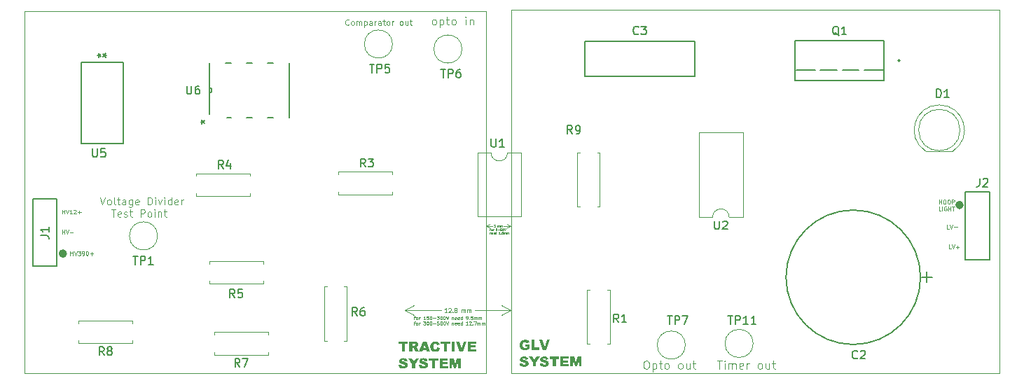
<source format=gbr>
%TF.GenerationSoftware,KiCad,Pcbnew,9.0.4*%
%TF.CreationDate,2025-11-20T22:36:02-07:00*%
%TF.ProjectId,Ready To Drive Light,52656164-7920-4546-9f20-447269766520,rev?*%
%TF.SameCoordinates,Original*%
%TF.FileFunction,Legend,Top*%
%TF.FilePolarity,Positive*%
%FSLAX46Y46*%
G04 Gerber Fmt 4.6, Leading zero omitted, Abs format (unit mm)*
G04 Created by KiCad (PCBNEW 9.0.4) date 2025-11-20 22:36:02*
%MOMM*%
%LPD*%
G01*
G04 APERTURE LIST*
%ADD10C,0.100000*%
%ADD11C,0.031250*%
%ADD12C,0.087500*%
%ADD13C,0.062500*%
%ADD14C,0.187500*%
%ADD15C,0.050000*%
%ADD16C,0.150000*%
%ADD17C,0.152400*%
%ADD18C,0.508000*%
%ADD19C,0.120000*%
G04 APERTURE END LIST*
D10*
X88351503Y-98935707D02*
X88651503Y-99835707D01*
X88651503Y-99835707D02*
X88951503Y-98935707D01*
X89380075Y-99835707D02*
X89294360Y-99792850D01*
X89294360Y-99792850D02*
X89251503Y-99749992D01*
X89251503Y-99749992D02*
X89208646Y-99664278D01*
X89208646Y-99664278D02*
X89208646Y-99407135D01*
X89208646Y-99407135D02*
X89251503Y-99321421D01*
X89251503Y-99321421D02*
X89294360Y-99278564D01*
X89294360Y-99278564D02*
X89380075Y-99235707D01*
X89380075Y-99235707D02*
X89508646Y-99235707D01*
X89508646Y-99235707D02*
X89594360Y-99278564D01*
X89594360Y-99278564D02*
X89637218Y-99321421D01*
X89637218Y-99321421D02*
X89680075Y-99407135D01*
X89680075Y-99407135D02*
X89680075Y-99664278D01*
X89680075Y-99664278D02*
X89637218Y-99749992D01*
X89637218Y-99749992D02*
X89594360Y-99792850D01*
X89594360Y-99792850D02*
X89508646Y-99835707D01*
X89508646Y-99835707D02*
X89380075Y-99835707D01*
X90194361Y-99835707D02*
X90108646Y-99792850D01*
X90108646Y-99792850D02*
X90065789Y-99707135D01*
X90065789Y-99707135D02*
X90065789Y-98935707D01*
X90408647Y-99235707D02*
X90751504Y-99235707D01*
X90537218Y-98935707D02*
X90537218Y-99707135D01*
X90537218Y-99707135D02*
X90580075Y-99792850D01*
X90580075Y-99792850D02*
X90665790Y-99835707D01*
X90665790Y-99835707D02*
X90751504Y-99835707D01*
X91437219Y-99835707D02*
X91437219Y-99364278D01*
X91437219Y-99364278D02*
X91394361Y-99278564D01*
X91394361Y-99278564D02*
X91308647Y-99235707D01*
X91308647Y-99235707D02*
X91137219Y-99235707D01*
X91137219Y-99235707D02*
X91051504Y-99278564D01*
X91437219Y-99792850D02*
X91351504Y-99835707D01*
X91351504Y-99835707D02*
X91137219Y-99835707D01*
X91137219Y-99835707D02*
X91051504Y-99792850D01*
X91051504Y-99792850D02*
X91008647Y-99707135D01*
X91008647Y-99707135D02*
X91008647Y-99621421D01*
X91008647Y-99621421D02*
X91051504Y-99535707D01*
X91051504Y-99535707D02*
X91137219Y-99492850D01*
X91137219Y-99492850D02*
X91351504Y-99492850D01*
X91351504Y-99492850D02*
X91437219Y-99449992D01*
X92251505Y-99235707D02*
X92251505Y-99964278D01*
X92251505Y-99964278D02*
X92208647Y-100049992D01*
X92208647Y-100049992D02*
X92165790Y-100092850D01*
X92165790Y-100092850D02*
X92080076Y-100135707D01*
X92080076Y-100135707D02*
X91951505Y-100135707D01*
X91951505Y-100135707D02*
X91865790Y-100092850D01*
X92251505Y-99792850D02*
X92165790Y-99835707D01*
X92165790Y-99835707D02*
X91994362Y-99835707D01*
X91994362Y-99835707D02*
X91908647Y-99792850D01*
X91908647Y-99792850D02*
X91865790Y-99749992D01*
X91865790Y-99749992D02*
X91822933Y-99664278D01*
X91822933Y-99664278D02*
X91822933Y-99407135D01*
X91822933Y-99407135D02*
X91865790Y-99321421D01*
X91865790Y-99321421D02*
X91908647Y-99278564D01*
X91908647Y-99278564D02*
X91994362Y-99235707D01*
X91994362Y-99235707D02*
X92165790Y-99235707D01*
X92165790Y-99235707D02*
X92251505Y-99278564D01*
X93022933Y-99792850D02*
X92937219Y-99835707D01*
X92937219Y-99835707D02*
X92765791Y-99835707D01*
X92765791Y-99835707D02*
X92680076Y-99792850D01*
X92680076Y-99792850D02*
X92637219Y-99707135D01*
X92637219Y-99707135D02*
X92637219Y-99364278D01*
X92637219Y-99364278D02*
X92680076Y-99278564D01*
X92680076Y-99278564D02*
X92765791Y-99235707D01*
X92765791Y-99235707D02*
X92937219Y-99235707D01*
X92937219Y-99235707D02*
X93022933Y-99278564D01*
X93022933Y-99278564D02*
X93065791Y-99364278D01*
X93065791Y-99364278D02*
X93065791Y-99449992D01*
X93065791Y-99449992D02*
X92637219Y-99535707D01*
X94137219Y-99835707D02*
X94137219Y-98935707D01*
X94137219Y-98935707D02*
X94351505Y-98935707D01*
X94351505Y-98935707D02*
X94480076Y-98978564D01*
X94480076Y-98978564D02*
X94565791Y-99064278D01*
X94565791Y-99064278D02*
X94608648Y-99149992D01*
X94608648Y-99149992D02*
X94651505Y-99321421D01*
X94651505Y-99321421D02*
X94651505Y-99449992D01*
X94651505Y-99449992D02*
X94608648Y-99621421D01*
X94608648Y-99621421D02*
X94565791Y-99707135D01*
X94565791Y-99707135D02*
X94480076Y-99792850D01*
X94480076Y-99792850D02*
X94351505Y-99835707D01*
X94351505Y-99835707D02*
X94137219Y-99835707D01*
X95037219Y-99835707D02*
X95037219Y-99235707D01*
X95037219Y-98935707D02*
X94994362Y-98978564D01*
X94994362Y-98978564D02*
X95037219Y-99021421D01*
X95037219Y-99021421D02*
X95080076Y-98978564D01*
X95080076Y-98978564D02*
X95037219Y-98935707D01*
X95037219Y-98935707D02*
X95037219Y-99021421D01*
X95380076Y-99235707D02*
X95594362Y-99835707D01*
X95594362Y-99835707D02*
X95808647Y-99235707D01*
X96151504Y-99835707D02*
X96151504Y-99235707D01*
X96151504Y-98935707D02*
X96108647Y-98978564D01*
X96108647Y-98978564D02*
X96151504Y-99021421D01*
X96151504Y-99021421D02*
X96194361Y-98978564D01*
X96194361Y-98978564D02*
X96151504Y-98935707D01*
X96151504Y-98935707D02*
X96151504Y-99021421D01*
X96965790Y-99835707D02*
X96965790Y-98935707D01*
X96965790Y-99792850D02*
X96880075Y-99835707D01*
X96880075Y-99835707D02*
X96708647Y-99835707D01*
X96708647Y-99835707D02*
X96622932Y-99792850D01*
X96622932Y-99792850D02*
X96580075Y-99749992D01*
X96580075Y-99749992D02*
X96537218Y-99664278D01*
X96537218Y-99664278D02*
X96537218Y-99407135D01*
X96537218Y-99407135D02*
X96580075Y-99321421D01*
X96580075Y-99321421D02*
X96622932Y-99278564D01*
X96622932Y-99278564D02*
X96708647Y-99235707D01*
X96708647Y-99235707D02*
X96880075Y-99235707D01*
X96880075Y-99235707D02*
X96965790Y-99278564D01*
X97737218Y-99792850D02*
X97651504Y-99835707D01*
X97651504Y-99835707D02*
X97480076Y-99835707D01*
X97480076Y-99835707D02*
X97394361Y-99792850D01*
X97394361Y-99792850D02*
X97351504Y-99707135D01*
X97351504Y-99707135D02*
X97351504Y-99364278D01*
X97351504Y-99364278D02*
X97394361Y-99278564D01*
X97394361Y-99278564D02*
X97480076Y-99235707D01*
X97480076Y-99235707D02*
X97651504Y-99235707D01*
X97651504Y-99235707D02*
X97737218Y-99278564D01*
X97737218Y-99278564D02*
X97780076Y-99364278D01*
X97780076Y-99364278D02*
X97780076Y-99449992D01*
X97780076Y-99449992D02*
X97351504Y-99535707D01*
X98165790Y-99835707D02*
X98165790Y-99235707D01*
X98165790Y-99407135D02*
X98208647Y-99321421D01*
X98208647Y-99321421D02*
X98251505Y-99278564D01*
X98251505Y-99278564D02*
X98337219Y-99235707D01*
X98337219Y-99235707D02*
X98422933Y-99235707D01*
X89722931Y-100384657D02*
X90237217Y-100384657D01*
X89980074Y-101284657D02*
X89980074Y-100384657D01*
X90880073Y-101241800D02*
X90794359Y-101284657D01*
X90794359Y-101284657D02*
X90622931Y-101284657D01*
X90622931Y-101284657D02*
X90537216Y-101241800D01*
X90537216Y-101241800D02*
X90494359Y-101156085D01*
X90494359Y-101156085D02*
X90494359Y-100813228D01*
X90494359Y-100813228D02*
X90537216Y-100727514D01*
X90537216Y-100727514D02*
X90622931Y-100684657D01*
X90622931Y-100684657D02*
X90794359Y-100684657D01*
X90794359Y-100684657D02*
X90880073Y-100727514D01*
X90880073Y-100727514D02*
X90922931Y-100813228D01*
X90922931Y-100813228D02*
X90922931Y-100898942D01*
X90922931Y-100898942D02*
X90494359Y-100984657D01*
X91265788Y-101241800D02*
X91351502Y-101284657D01*
X91351502Y-101284657D02*
X91522931Y-101284657D01*
X91522931Y-101284657D02*
X91608645Y-101241800D01*
X91608645Y-101241800D02*
X91651502Y-101156085D01*
X91651502Y-101156085D02*
X91651502Y-101113228D01*
X91651502Y-101113228D02*
X91608645Y-101027514D01*
X91608645Y-101027514D02*
X91522931Y-100984657D01*
X91522931Y-100984657D02*
X91394360Y-100984657D01*
X91394360Y-100984657D02*
X91308645Y-100941800D01*
X91308645Y-100941800D02*
X91265788Y-100856085D01*
X91265788Y-100856085D02*
X91265788Y-100813228D01*
X91265788Y-100813228D02*
X91308645Y-100727514D01*
X91308645Y-100727514D02*
X91394360Y-100684657D01*
X91394360Y-100684657D02*
X91522931Y-100684657D01*
X91522931Y-100684657D02*
X91608645Y-100727514D01*
X91908645Y-100684657D02*
X92251502Y-100684657D01*
X92037216Y-100384657D02*
X92037216Y-101156085D01*
X92037216Y-101156085D02*
X92080073Y-101241800D01*
X92080073Y-101241800D02*
X92165788Y-101284657D01*
X92165788Y-101284657D02*
X92251502Y-101284657D01*
X93237216Y-101284657D02*
X93237216Y-100384657D01*
X93237216Y-100384657D02*
X93580073Y-100384657D01*
X93580073Y-100384657D02*
X93665788Y-100427514D01*
X93665788Y-100427514D02*
X93708645Y-100470371D01*
X93708645Y-100470371D02*
X93751502Y-100556085D01*
X93751502Y-100556085D02*
X93751502Y-100684657D01*
X93751502Y-100684657D02*
X93708645Y-100770371D01*
X93708645Y-100770371D02*
X93665788Y-100813228D01*
X93665788Y-100813228D02*
X93580073Y-100856085D01*
X93580073Y-100856085D02*
X93237216Y-100856085D01*
X94265788Y-101284657D02*
X94180073Y-101241800D01*
X94180073Y-101241800D02*
X94137216Y-101198942D01*
X94137216Y-101198942D02*
X94094359Y-101113228D01*
X94094359Y-101113228D02*
X94094359Y-100856085D01*
X94094359Y-100856085D02*
X94137216Y-100770371D01*
X94137216Y-100770371D02*
X94180073Y-100727514D01*
X94180073Y-100727514D02*
X94265788Y-100684657D01*
X94265788Y-100684657D02*
X94394359Y-100684657D01*
X94394359Y-100684657D02*
X94480073Y-100727514D01*
X94480073Y-100727514D02*
X94522931Y-100770371D01*
X94522931Y-100770371D02*
X94565788Y-100856085D01*
X94565788Y-100856085D02*
X94565788Y-101113228D01*
X94565788Y-101113228D02*
X94522931Y-101198942D01*
X94522931Y-101198942D02*
X94480073Y-101241800D01*
X94480073Y-101241800D02*
X94394359Y-101284657D01*
X94394359Y-101284657D02*
X94265788Y-101284657D01*
X94951502Y-101284657D02*
X94951502Y-100684657D01*
X94951502Y-100384657D02*
X94908645Y-100427514D01*
X94908645Y-100427514D02*
X94951502Y-100470371D01*
X94951502Y-100470371D02*
X94994359Y-100427514D01*
X94994359Y-100427514D02*
X94951502Y-100384657D01*
X94951502Y-100384657D02*
X94951502Y-100470371D01*
X95380073Y-100684657D02*
X95380073Y-101284657D01*
X95380073Y-100770371D02*
X95422930Y-100727514D01*
X95422930Y-100727514D02*
X95508645Y-100684657D01*
X95508645Y-100684657D02*
X95637216Y-100684657D01*
X95637216Y-100684657D02*
X95722930Y-100727514D01*
X95722930Y-100727514D02*
X95765788Y-100813228D01*
X95765788Y-100813228D02*
X95765788Y-101284657D01*
X96065788Y-100684657D02*
X96408645Y-100684657D01*
X96194359Y-100384657D02*
X96194359Y-101156085D01*
X96194359Y-101156085D02*
X96237216Y-101241800D01*
X96237216Y-101241800D02*
X96322931Y-101284657D01*
X96322931Y-101284657D02*
X96408645Y-101284657D01*
D11*
X135932533Y-102264029D02*
X136087295Y-102264029D01*
X136087295Y-102264029D02*
X136003961Y-102359267D01*
X136003961Y-102359267D02*
X136039676Y-102359267D01*
X136039676Y-102359267D02*
X136063485Y-102371172D01*
X136063485Y-102371172D02*
X136075390Y-102383077D01*
X136075390Y-102383077D02*
X136087295Y-102406886D01*
X136087295Y-102406886D02*
X136087295Y-102466410D01*
X136087295Y-102466410D02*
X136075390Y-102490220D01*
X136075390Y-102490220D02*
X136063485Y-102502125D01*
X136063485Y-102502125D02*
X136039676Y-102514029D01*
X136039676Y-102514029D02*
X135968247Y-102514029D01*
X135968247Y-102514029D02*
X135944438Y-102502125D01*
X135944438Y-102502125D02*
X135932533Y-102490220D01*
X136384913Y-102514029D02*
X136384913Y-102347363D01*
X136384913Y-102371172D02*
X136396818Y-102359267D01*
X136396818Y-102359267D02*
X136420628Y-102347363D01*
X136420628Y-102347363D02*
X136456342Y-102347363D01*
X136456342Y-102347363D02*
X136480151Y-102359267D01*
X136480151Y-102359267D02*
X136492056Y-102383077D01*
X136492056Y-102383077D02*
X136492056Y-102514029D01*
X136492056Y-102383077D02*
X136503961Y-102359267D01*
X136503961Y-102359267D02*
X136527770Y-102347363D01*
X136527770Y-102347363D02*
X136563485Y-102347363D01*
X136563485Y-102347363D02*
X136587294Y-102359267D01*
X136587294Y-102359267D02*
X136599199Y-102383077D01*
X136599199Y-102383077D02*
X136599199Y-102514029D01*
X136718246Y-102514029D02*
X136718246Y-102347363D01*
X136718246Y-102371172D02*
X136730151Y-102359267D01*
X136730151Y-102359267D02*
X136753961Y-102347363D01*
X136753961Y-102347363D02*
X136789675Y-102347363D01*
X136789675Y-102347363D02*
X136813484Y-102359267D01*
X136813484Y-102359267D02*
X136825389Y-102383077D01*
X136825389Y-102383077D02*
X136825389Y-102514029D01*
X136825389Y-102383077D02*
X136837294Y-102359267D01*
X136837294Y-102359267D02*
X136861103Y-102347363D01*
X136861103Y-102347363D02*
X136896818Y-102347363D01*
X136896818Y-102347363D02*
X136920627Y-102359267D01*
X136920627Y-102359267D02*
X136932532Y-102383077D01*
X136932532Y-102383077D02*
X136932532Y-102514029D01*
D10*
X135000000Y-102400000D02*
X135000000Y-102400000D01*
X138000000Y-102400000D02*
X138000000Y-102400000D01*
X135000000Y-102400000D02*
X135749944Y-102400000D01*
X137138931Y-102400000D02*
X138000000Y-102400000D01*
X135000000Y-102400000D02*
X135443505Y-102169126D01*
X135000000Y-102400000D02*
X135443505Y-102630874D01*
X138000000Y-102400000D02*
X137556495Y-102630874D01*
X138000000Y-102400000D02*
X137556495Y-102169126D01*
X128646741Y-78072419D02*
X128551503Y-78024800D01*
X128551503Y-78024800D02*
X128503884Y-77977180D01*
X128503884Y-77977180D02*
X128456265Y-77881942D01*
X128456265Y-77881942D02*
X128456265Y-77596228D01*
X128456265Y-77596228D02*
X128503884Y-77500990D01*
X128503884Y-77500990D02*
X128551503Y-77453371D01*
X128551503Y-77453371D02*
X128646741Y-77405752D01*
X128646741Y-77405752D02*
X128789598Y-77405752D01*
X128789598Y-77405752D02*
X128884836Y-77453371D01*
X128884836Y-77453371D02*
X128932455Y-77500990D01*
X128932455Y-77500990D02*
X128980074Y-77596228D01*
X128980074Y-77596228D02*
X128980074Y-77881942D01*
X128980074Y-77881942D02*
X128932455Y-77977180D01*
X128932455Y-77977180D02*
X128884836Y-78024800D01*
X128884836Y-78024800D02*
X128789598Y-78072419D01*
X128789598Y-78072419D02*
X128646741Y-78072419D01*
X129408646Y-77405752D02*
X129408646Y-78405752D01*
X129408646Y-77453371D02*
X129503884Y-77405752D01*
X129503884Y-77405752D02*
X129694360Y-77405752D01*
X129694360Y-77405752D02*
X129789598Y-77453371D01*
X129789598Y-77453371D02*
X129837217Y-77500990D01*
X129837217Y-77500990D02*
X129884836Y-77596228D01*
X129884836Y-77596228D02*
X129884836Y-77881942D01*
X129884836Y-77881942D02*
X129837217Y-77977180D01*
X129837217Y-77977180D02*
X129789598Y-78024800D01*
X129789598Y-78024800D02*
X129694360Y-78072419D01*
X129694360Y-78072419D02*
X129503884Y-78072419D01*
X129503884Y-78072419D02*
X129408646Y-78024800D01*
X130170551Y-77405752D02*
X130551503Y-77405752D01*
X130313408Y-77072419D02*
X130313408Y-77929561D01*
X130313408Y-77929561D02*
X130361027Y-78024800D01*
X130361027Y-78024800D02*
X130456265Y-78072419D01*
X130456265Y-78072419D02*
X130551503Y-78072419D01*
X131027694Y-78072419D02*
X130932456Y-78024800D01*
X130932456Y-78024800D02*
X130884837Y-77977180D01*
X130884837Y-77977180D02*
X130837218Y-77881942D01*
X130837218Y-77881942D02*
X130837218Y-77596228D01*
X130837218Y-77596228D02*
X130884837Y-77500990D01*
X130884837Y-77500990D02*
X130932456Y-77453371D01*
X130932456Y-77453371D02*
X131027694Y-77405752D01*
X131027694Y-77405752D02*
X131170551Y-77405752D01*
X131170551Y-77405752D02*
X131265789Y-77453371D01*
X131265789Y-77453371D02*
X131313408Y-77500990D01*
X131313408Y-77500990D02*
X131361027Y-77596228D01*
X131361027Y-77596228D02*
X131361027Y-77881942D01*
X131361027Y-77881942D02*
X131313408Y-77977180D01*
X131313408Y-77977180D02*
X131265789Y-78024800D01*
X131265789Y-78024800D02*
X131170551Y-78072419D01*
X131170551Y-78072419D02*
X131027694Y-78072419D01*
X132551504Y-78072419D02*
X132551504Y-77405752D01*
X132551504Y-77072419D02*
X132503885Y-77120038D01*
X132503885Y-77120038D02*
X132551504Y-77167657D01*
X132551504Y-77167657D02*
X132599123Y-77120038D01*
X132599123Y-77120038D02*
X132551504Y-77072419D01*
X132551504Y-77072419D02*
X132551504Y-77167657D01*
X133027694Y-77405752D02*
X133027694Y-78072419D01*
X133027694Y-77500990D02*
X133075313Y-77453371D01*
X133075313Y-77453371D02*
X133170551Y-77405752D01*
X133170551Y-77405752D02*
X133313408Y-77405752D01*
X133313408Y-77405752D02*
X133408646Y-77453371D01*
X133408646Y-77453371D02*
X133456265Y-77548609D01*
X133456265Y-77548609D02*
X133456265Y-78072419D01*
D12*
X118424231Y-78043116D02*
X118390898Y-78076450D01*
X118390898Y-78076450D02*
X118290898Y-78109783D01*
X118290898Y-78109783D02*
X118224231Y-78109783D01*
X118224231Y-78109783D02*
X118124231Y-78076450D01*
X118124231Y-78076450D02*
X118057565Y-78009783D01*
X118057565Y-78009783D02*
X118024231Y-77943116D01*
X118024231Y-77943116D02*
X117990898Y-77809783D01*
X117990898Y-77809783D02*
X117990898Y-77709783D01*
X117990898Y-77709783D02*
X118024231Y-77576450D01*
X118024231Y-77576450D02*
X118057565Y-77509783D01*
X118057565Y-77509783D02*
X118124231Y-77443116D01*
X118124231Y-77443116D02*
X118224231Y-77409783D01*
X118224231Y-77409783D02*
X118290898Y-77409783D01*
X118290898Y-77409783D02*
X118390898Y-77443116D01*
X118390898Y-77443116D02*
X118424231Y-77476450D01*
X118824231Y-78109783D02*
X118757565Y-78076450D01*
X118757565Y-78076450D02*
X118724231Y-78043116D01*
X118724231Y-78043116D02*
X118690898Y-77976450D01*
X118690898Y-77976450D02*
X118690898Y-77776450D01*
X118690898Y-77776450D02*
X118724231Y-77709783D01*
X118724231Y-77709783D02*
X118757565Y-77676450D01*
X118757565Y-77676450D02*
X118824231Y-77643116D01*
X118824231Y-77643116D02*
X118924231Y-77643116D01*
X118924231Y-77643116D02*
X118990898Y-77676450D01*
X118990898Y-77676450D02*
X119024231Y-77709783D01*
X119024231Y-77709783D02*
X119057565Y-77776450D01*
X119057565Y-77776450D02*
X119057565Y-77976450D01*
X119057565Y-77976450D02*
X119024231Y-78043116D01*
X119024231Y-78043116D02*
X118990898Y-78076450D01*
X118990898Y-78076450D02*
X118924231Y-78109783D01*
X118924231Y-78109783D02*
X118824231Y-78109783D01*
X119357564Y-78109783D02*
X119357564Y-77643116D01*
X119357564Y-77709783D02*
X119390898Y-77676450D01*
X119390898Y-77676450D02*
X119457564Y-77643116D01*
X119457564Y-77643116D02*
X119557564Y-77643116D01*
X119557564Y-77643116D02*
X119624231Y-77676450D01*
X119624231Y-77676450D02*
X119657564Y-77743116D01*
X119657564Y-77743116D02*
X119657564Y-78109783D01*
X119657564Y-77743116D02*
X119690898Y-77676450D01*
X119690898Y-77676450D02*
X119757564Y-77643116D01*
X119757564Y-77643116D02*
X119857564Y-77643116D01*
X119857564Y-77643116D02*
X119924231Y-77676450D01*
X119924231Y-77676450D02*
X119957564Y-77743116D01*
X119957564Y-77743116D02*
X119957564Y-78109783D01*
X120290897Y-77643116D02*
X120290897Y-78343116D01*
X120290897Y-77676450D02*
X120357564Y-77643116D01*
X120357564Y-77643116D02*
X120490897Y-77643116D01*
X120490897Y-77643116D02*
X120557564Y-77676450D01*
X120557564Y-77676450D02*
X120590897Y-77709783D01*
X120590897Y-77709783D02*
X120624231Y-77776450D01*
X120624231Y-77776450D02*
X120624231Y-77976450D01*
X120624231Y-77976450D02*
X120590897Y-78043116D01*
X120590897Y-78043116D02*
X120557564Y-78076450D01*
X120557564Y-78076450D02*
X120490897Y-78109783D01*
X120490897Y-78109783D02*
X120357564Y-78109783D01*
X120357564Y-78109783D02*
X120290897Y-78076450D01*
X121224230Y-78109783D02*
X121224230Y-77743116D01*
X121224230Y-77743116D02*
X121190897Y-77676450D01*
X121190897Y-77676450D02*
X121124230Y-77643116D01*
X121124230Y-77643116D02*
X120990897Y-77643116D01*
X120990897Y-77643116D02*
X120924230Y-77676450D01*
X121224230Y-78076450D02*
X121157564Y-78109783D01*
X121157564Y-78109783D02*
X120990897Y-78109783D01*
X120990897Y-78109783D02*
X120924230Y-78076450D01*
X120924230Y-78076450D02*
X120890897Y-78009783D01*
X120890897Y-78009783D02*
X120890897Y-77943116D01*
X120890897Y-77943116D02*
X120924230Y-77876450D01*
X120924230Y-77876450D02*
X120990897Y-77843116D01*
X120990897Y-77843116D02*
X121157564Y-77843116D01*
X121157564Y-77843116D02*
X121224230Y-77809783D01*
X121557563Y-78109783D02*
X121557563Y-77643116D01*
X121557563Y-77776450D02*
X121590897Y-77709783D01*
X121590897Y-77709783D02*
X121624230Y-77676450D01*
X121624230Y-77676450D02*
X121690897Y-77643116D01*
X121690897Y-77643116D02*
X121757563Y-77643116D01*
X122290896Y-78109783D02*
X122290896Y-77743116D01*
X122290896Y-77743116D02*
X122257563Y-77676450D01*
X122257563Y-77676450D02*
X122190896Y-77643116D01*
X122190896Y-77643116D02*
X122057563Y-77643116D01*
X122057563Y-77643116D02*
X121990896Y-77676450D01*
X122290896Y-78076450D02*
X122224230Y-78109783D01*
X122224230Y-78109783D02*
X122057563Y-78109783D01*
X122057563Y-78109783D02*
X121990896Y-78076450D01*
X121990896Y-78076450D02*
X121957563Y-78009783D01*
X121957563Y-78009783D02*
X121957563Y-77943116D01*
X121957563Y-77943116D02*
X121990896Y-77876450D01*
X121990896Y-77876450D02*
X122057563Y-77843116D01*
X122057563Y-77843116D02*
X122224230Y-77843116D01*
X122224230Y-77843116D02*
X122290896Y-77809783D01*
X122524229Y-77643116D02*
X122790896Y-77643116D01*
X122624229Y-77409783D02*
X122624229Y-78009783D01*
X122624229Y-78009783D02*
X122657563Y-78076450D01*
X122657563Y-78076450D02*
X122724229Y-78109783D01*
X122724229Y-78109783D02*
X122790896Y-78109783D01*
X123124229Y-78109783D02*
X123057563Y-78076450D01*
X123057563Y-78076450D02*
X123024229Y-78043116D01*
X123024229Y-78043116D02*
X122990896Y-77976450D01*
X122990896Y-77976450D02*
X122990896Y-77776450D01*
X122990896Y-77776450D02*
X123024229Y-77709783D01*
X123024229Y-77709783D02*
X123057563Y-77676450D01*
X123057563Y-77676450D02*
X123124229Y-77643116D01*
X123124229Y-77643116D02*
X123224229Y-77643116D01*
X123224229Y-77643116D02*
X123290896Y-77676450D01*
X123290896Y-77676450D02*
X123324229Y-77709783D01*
X123324229Y-77709783D02*
X123357563Y-77776450D01*
X123357563Y-77776450D02*
X123357563Y-77976450D01*
X123357563Y-77976450D02*
X123324229Y-78043116D01*
X123324229Y-78043116D02*
X123290896Y-78076450D01*
X123290896Y-78076450D02*
X123224229Y-78109783D01*
X123224229Y-78109783D02*
X123124229Y-78109783D01*
X123657562Y-78109783D02*
X123657562Y-77643116D01*
X123657562Y-77776450D02*
X123690896Y-77709783D01*
X123690896Y-77709783D02*
X123724229Y-77676450D01*
X123724229Y-77676450D02*
X123790896Y-77643116D01*
X123790896Y-77643116D02*
X123857562Y-77643116D01*
X124724228Y-78109783D02*
X124657562Y-78076450D01*
X124657562Y-78076450D02*
X124624228Y-78043116D01*
X124624228Y-78043116D02*
X124590895Y-77976450D01*
X124590895Y-77976450D02*
X124590895Y-77776450D01*
X124590895Y-77776450D02*
X124624228Y-77709783D01*
X124624228Y-77709783D02*
X124657562Y-77676450D01*
X124657562Y-77676450D02*
X124724228Y-77643116D01*
X124724228Y-77643116D02*
X124824228Y-77643116D01*
X124824228Y-77643116D02*
X124890895Y-77676450D01*
X124890895Y-77676450D02*
X124924228Y-77709783D01*
X124924228Y-77709783D02*
X124957562Y-77776450D01*
X124957562Y-77776450D02*
X124957562Y-77976450D01*
X124957562Y-77976450D02*
X124924228Y-78043116D01*
X124924228Y-78043116D02*
X124890895Y-78076450D01*
X124890895Y-78076450D02*
X124824228Y-78109783D01*
X124824228Y-78109783D02*
X124724228Y-78109783D01*
X125557561Y-77643116D02*
X125557561Y-78109783D01*
X125257561Y-77643116D02*
X125257561Y-78009783D01*
X125257561Y-78009783D02*
X125290895Y-78076450D01*
X125290895Y-78076450D02*
X125357561Y-78109783D01*
X125357561Y-78109783D02*
X125457561Y-78109783D01*
X125457561Y-78109783D02*
X125524228Y-78076450D01*
X125524228Y-78076450D02*
X125557561Y-78043116D01*
X125790894Y-77643116D02*
X126057561Y-77643116D01*
X125890894Y-77409783D02*
X125890894Y-78009783D01*
X125890894Y-78009783D02*
X125924228Y-78076450D01*
X125924228Y-78076450D02*
X125990894Y-78109783D01*
X125990894Y-78109783D02*
X126057561Y-78109783D01*
D10*
X154294360Y-118672419D02*
X154484836Y-118672419D01*
X154484836Y-118672419D02*
X154580074Y-118720038D01*
X154580074Y-118720038D02*
X154675312Y-118815276D01*
X154675312Y-118815276D02*
X154722931Y-119005752D01*
X154722931Y-119005752D02*
X154722931Y-119339085D01*
X154722931Y-119339085D02*
X154675312Y-119529561D01*
X154675312Y-119529561D02*
X154580074Y-119624800D01*
X154580074Y-119624800D02*
X154484836Y-119672419D01*
X154484836Y-119672419D02*
X154294360Y-119672419D01*
X154294360Y-119672419D02*
X154199122Y-119624800D01*
X154199122Y-119624800D02*
X154103884Y-119529561D01*
X154103884Y-119529561D02*
X154056265Y-119339085D01*
X154056265Y-119339085D02*
X154056265Y-119005752D01*
X154056265Y-119005752D02*
X154103884Y-118815276D01*
X154103884Y-118815276D02*
X154199122Y-118720038D01*
X154199122Y-118720038D02*
X154294360Y-118672419D01*
X155151503Y-119005752D02*
X155151503Y-120005752D01*
X155151503Y-119053371D02*
X155246741Y-119005752D01*
X155246741Y-119005752D02*
X155437217Y-119005752D01*
X155437217Y-119005752D02*
X155532455Y-119053371D01*
X155532455Y-119053371D02*
X155580074Y-119100990D01*
X155580074Y-119100990D02*
X155627693Y-119196228D01*
X155627693Y-119196228D02*
X155627693Y-119481942D01*
X155627693Y-119481942D02*
X155580074Y-119577180D01*
X155580074Y-119577180D02*
X155532455Y-119624800D01*
X155532455Y-119624800D02*
X155437217Y-119672419D01*
X155437217Y-119672419D02*
X155246741Y-119672419D01*
X155246741Y-119672419D02*
X155151503Y-119624800D01*
X155913408Y-119005752D02*
X156294360Y-119005752D01*
X156056265Y-118672419D02*
X156056265Y-119529561D01*
X156056265Y-119529561D02*
X156103884Y-119624800D01*
X156103884Y-119624800D02*
X156199122Y-119672419D01*
X156199122Y-119672419D02*
X156294360Y-119672419D01*
X156770551Y-119672419D02*
X156675313Y-119624800D01*
X156675313Y-119624800D02*
X156627694Y-119577180D01*
X156627694Y-119577180D02*
X156580075Y-119481942D01*
X156580075Y-119481942D02*
X156580075Y-119196228D01*
X156580075Y-119196228D02*
X156627694Y-119100990D01*
X156627694Y-119100990D02*
X156675313Y-119053371D01*
X156675313Y-119053371D02*
X156770551Y-119005752D01*
X156770551Y-119005752D02*
X156913408Y-119005752D01*
X156913408Y-119005752D02*
X157008646Y-119053371D01*
X157008646Y-119053371D02*
X157056265Y-119100990D01*
X157056265Y-119100990D02*
X157103884Y-119196228D01*
X157103884Y-119196228D02*
X157103884Y-119481942D01*
X157103884Y-119481942D02*
X157056265Y-119577180D01*
X157056265Y-119577180D02*
X157008646Y-119624800D01*
X157008646Y-119624800D02*
X156913408Y-119672419D01*
X156913408Y-119672419D02*
X156770551Y-119672419D01*
X158437218Y-119672419D02*
X158341980Y-119624800D01*
X158341980Y-119624800D02*
X158294361Y-119577180D01*
X158294361Y-119577180D02*
X158246742Y-119481942D01*
X158246742Y-119481942D02*
X158246742Y-119196228D01*
X158246742Y-119196228D02*
X158294361Y-119100990D01*
X158294361Y-119100990D02*
X158341980Y-119053371D01*
X158341980Y-119053371D02*
X158437218Y-119005752D01*
X158437218Y-119005752D02*
X158580075Y-119005752D01*
X158580075Y-119005752D02*
X158675313Y-119053371D01*
X158675313Y-119053371D02*
X158722932Y-119100990D01*
X158722932Y-119100990D02*
X158770551Y-119196228D01*
X158770551Y-119196228D02*
X158770551Y-119481942D01*
X158770551Y-119481942D02*
X158722932Y-119577180D01*
X158722932Y-119577180D02*
X158675313Y-119624800D01*
X158675313Y-119624800D02*
X158580075Y-119672419D01*
X158580075Y-119672419D02*
X158437218Y-119672419D01*
X159627694Y-119005752D02*
X159627694Y-119672419D01*
X159199123Y-119005752D02*
X159199123Y-119529561D01*
X159199123Y-119529561D02*
X159246742Y-119624800D01*
X159246742Y-119624800D02*
X159341980Y-119672419D01*
X159341980Y-119672419D02*
X159484837Y-119672419D01*
X159484837Y-119672419D02*
X159580075Y-119624800D01*
X159580075Y-119624800D02*
X159627694Y-119577180D01*
X159961028Y-119005752D02*
X160341980Y-119005752D01*
X160103885Y-118672419D02*
X160103885Y-119529561D01*
X160103885Y-119529561D02*
X160151504Y-119624800D01*
X160151504Y-119624800D02*
X160246742Y-119672419D01*
X160246742Y-119672419D02*
X160341980Y-119672419D01*
X162961027Y-118672419D02*
X163532455Y-118672419D01*
X163246741Y-119672419D02*
X163246741Y-118672419D01*
X163865789Y-119672419D02*
X163865789Y-119005752D01*
X163865789Y-118672419D02*
X163818170Y-118720038D01*
X163818170Y-118720038D02*
X163865789Y-118767657D01*
X163865789Y-118767657D02*
X163913408Y-118720038D01*
X163913408Y-118720038D02*
X163865789Y-118672419D01*
X163865789Y-118672419D02*
X163865789Y-118767657D01*
X164341979Y-119672419D02*
X164341979Y-119005752D01*
X164341979Y-119100990D02*
X164389598Y-119053371D01*
X164389598Y-119053371D02*
X164484836Y-119005752D01*
X164484836Y-119005752D02*
X164627693Y-119005752D01*
X164627693Y-119005752D02*
X164722931Y-119053371D01*
X164722931Y-119053371D02*
X164770550Y-119148609D01*
X164770550Y-119148609D02*
X164770550Y-119672419D01*
X164770550Y-119148609D02*
X164818169Y-119053371D01*
X164818169Y-119053371D02*
X164913407Y-119005752D01*
X164913407Y-119005752D02*
X165056264Y-119005752D01*
X165056264Y-119005752D02*
X165151503Y-119053371D01*
X165151503Y-119053371D02*
X165199122Y-119148609D01*
X165199122Y-119148609D02*
X165199122Y-119672419D01*
X166056264Y-119624800D02*
X165961026Y-119672419D01*
X165961026Y-119672419D02*
X165770550Y-119672419D01*
X165770550Y-119672419D02*
X165675312Y-119624800D01*
X165675312Y-119624800D02*
X165627693Y-119529561D01*
X165627693Y-119529561D02*
X165627693Y-119148609D01*
X165627693Y-119148609D02*
X165675312Y-119053371D01*
X165675312Y-119053371D02*
X165770550Y-119005752D01*
X165770550Y-119005752D02*
X165961026Y-119005752D01*
X165961026Y-119005752D02*
X166056264Y-119053371D01*
X166056264Y-119053371D02*
X166103883Y-119148609D01*
X166103883Y-119148609D02*
X166103883Y-119243847D01*
X166103883Y-119243847D02*
X165627693Y-119339085D01*
X166532455Y-119672419D02*
X166532455Y-119005752D01*
X166532455Y-119196228D02*
X166580074Y-119100990D01*
X166580074Y-119100990D02*
X166627693Y-119053371D01*
X166627693Y-119053371D02*
X166722931Y-119005752D01*
X166722931Y-119005752D02*
X166818169Y-119005752D01*
X168056265Y-119672419D02*
X167961027Y-119624800D01*
X167961027Y-119624800D02*
X167913408Y-119577180D01*
X167913408Y-119577180D02*
X167865789Y-119481942D01*
X167865789Y-119481942D02*
X167865789Y-119196228D01*
X167865789Y-119196228D02*
X167913408Y-119100990D01*
X167913408Y-119100990D02*
X167961027Y-119053371D01*
X167961027Y-119053371D02*
X168056265Y-119005752D01*
X168056265Y-119005752D02*
X168199122Y-119005752D01*
X168199122Y-119005752D02*
X168294360Y-119053371D01*
X168294360Y-119053371D02*
X168341979Y-119100990D01*
X168341979Y-119100990D02*
X168389598Y-119196228D01*
X168389598Y-119196228D02*
X168389598Y-119481942D01*
X168389598Y-119481942D02*
X168341979Y-119577180D01*
X168341979Y-119577180D02*
X168294360Y-119624800D01*
X168294360Y-119624800D02*
X168199122Y-119672419D01*
X168199122Y-119672419D02*
X168056265Y-119672419D01*
X169246741Y-119005752D02*
X169246741Y-119672419D01*
X168818170Y-119005752D02*
X168818170Y-119529561D01*
X168818170Y-119529561D02*
X168865789Y-119624800D01*
X168865789Y-119624800D02*
X168961027Y-119672419D01*
X168961027Y-119672419D02*
X169103884Y-119672419D01*
X169103884Y-119672419D02*
X169199122Y-119624800D01*
X169199122Y-119624800D02*
X169246741Y-119577180D01*
X169580075Y-119005752D02*
X169961027Y-119005752D01*
X169722932Y-118672419D02*
X169722932Y-119529561D01*
X169722932Y-119529561D02*
X169770551Y-119624800D01*
X169770551Y-119624800D02*
X169865789Y-119672419D01*
X169865789Y-119672419D02*
X169961027Y-119672419D01*
X138054101Y-76233402D02*
X197054100Y-76233402D01*
X197054100Y-120233402D01*
X138054101Y-120233402D01*
X138054101Y-76233402D01*
X79254101Y-76433402D02*
X135054101Y-76433402D01*
X135054101Y-120233402D01*
X79254101Y-120233402D01*
X79254101Y-76433402D01*
D13*
X83760165Y-103335559D02*
X83760165Y-102835559D01*
X83760165Y-103073654D02*
X84045879Y-103073654D01*
X84045879Y-103335559D02*
X84045879Y-102835559D01*
X84212547Y-102835559D02*
X84379213Y-103335559D01*
X84379213Y-103335559D02*
X84545880Y-102835559D01*
X84712546Y-103145083D02*
X85093499Y-103145083D01*
D14*
G36*
X124438541Y-116379497D02*
G01*
X125567309Y-116379497D01*
X125567309Y-116674933D01*
X125188562Y-116674933D01*
X125188562Y-117580000D01*
X124817215Y-117580000D01*
X124817215Y-116674933D01*
X124438541Y-116674933D01*
X124438541Y-116379497D01*
G37*
G36*
X126474682Y-116383483D02*
G01*
X126560380Y-116393955D01*
X126622145Y-116408953D01*
X126678938Y-116434218D01*
X126727482Y-116470346D01*
X126768838Y-116518276D01*
X126799215Y-116573881D01*
X126818012Y-116638042D01*
X126824598Y-116712742D01*
X126819557Y-116778175D01*
X126805146Y-116835143D01*
X126781953Y-116885080D01*
X126750151Y-116930144D01*
X126711312Y-116969159D01*
X126664790Y-117002536D01*
X126612070Y-117027385D01*
X126534438Y-117050017D01*
X126595673Y-117074099D01*
X126631158Y-117094567D01*
X126652984Y-117114365D01*
X126690582Y-117158021D01*
X126742679Y-117233053D01*
X126922198Y-117580000D01*
X126502491Y-117580000D01*
X126304068Y-117212756D01*
X126264946Y-117149246D01*
X126236877Y-117120139D01*
X126194275Y-117099326D01*
X126145872Y-117092295D01*
X126113119Y-117092295D01*
X126113119Y-117580000D01*
X125740087Y-117580000D01*
X125740087Y-116867201D01*
X126113119Y-116867201D01*
X126269703Y-116867201D01*
X126368035Y-116850861D01*
X126401456Y-116837786D01*
X126428265Y-116813199D01*
X126445757Y-116780801D01*
X126451639Y-116743663D01*
X126447202Y-116706630D01*
X126434807Y-116677529D01*
X126414710Y-116654490D01*
X126387845Y-116639031D01*
X126344032Y-116627834D01*
X126276224Y-116623349D01*
X126113119Y-116623349D01*
X126113119Y-116867201D01*
X125740087Y-116867201D01*
X125740087Y-116379497D01*
X126359023Y-116379497D01*
X126474682Y-116383483D01*
G37*
G36*
X128228213Y-117580000D02*
G01*
X127839647Y-117580000D01*
X127780589Y-117383042D01*
X127357658Y-117383042D01*
X127299406Y-117580000D01*
X126919853Y-117580000D01*
X127091015Y-117125122D01*
X127437965Y-117125122D01*
X127702700Y-117125122D01*
X127569930Y-116691859D01*
X127437965Y-117125122D01*
X127091015Y-117125122D01*
X127371580Y-116379497D01*
X127776486Y-116379497D01*
X128228213Y-117580000D01*
G37*
G36*
X129116793Y-117087606D02*
G01*
X129442271Y-117186304D01*
X129415161Y-117274994D01*
X129380568Y-117350374D01*
X129338956Y-117414183D01*
X129287982Y-117470347D01*
X129229878Y-117516146D01*
X129163907Y-117552229D01*
X129092694Y-117576855D01*
X129005109Y-117592928D01*
X128897927Y-117598757D01*
X128767864Y-117591611D01*
X128662554Y-117571985D01*
X128577798Y-117542044D01*
X128519854Y-117509671D01*
X128465004Y-117466488D01*
X128412887Y-117411308D01*
X128363401Y-117342522D01*
X128325609Y-117270019D01*
X128297441Y-117186198D01*
X128279586Y-117089207D01*
X128273276Y-116976891D01*
X128280547Y-116856001D01*
X128301096Y-116752217D01*
X128333517Y-116663016D01*
X128377108Y-116586268D01*
X128431912Y-116520327D01*
X128497676Y-116464929D01*
X128573682Y-116421041D01*
X128661458Y-116388526D01*
X128763005Y-116367988D01*
X128880708Y-116360739D01*
X128995826Y-116367359D01*
X129091757Y-116385801D01*
X129171524Y-116414415D01*
X129237693Y-116452257D01*
X129296392Y-116501993D01*
X129348116Y-116564194D01*
X129393030Y-116640558D01*
X129430767Y-116733332D01*
X129102871Y-116806238D01*
X129083829Y-116755609D01*
X129066821Y-116725931D01*
X129031985Y-116688045D01*
X128990544Y-116660352D01*
X128943414Y-116643290D01*
X128889720Y-116637418D01*
X128828992Y-116644049D01*
X128777744Y-116663010D01*
X128733902Y-116694109D01*
X128696280Y-116738754D01*
X128670310Y-116791648D01*
X128652335Y-116867850D01*
X128645429Y-116974839D01*
X128650491Y-117079560D01*
X128663750Y-117156083D01*
X128682811Y-117210549D01*
X128706099Y-117248147D01*
X128738969Y-117280083D01*
X128777502Y-117302913D01*
X128822826Y-117317084D01*
X128876605Y-117322079D01*
X128945087Y-117314662D01*
X128997506Y-117294293D01*
X129037658Y-117262069D01*
X129068858Y-117219133D01*
X129095512Y-117162063D01*
X129116793Y-117087606D01*
G37*
G36*
X129538332Y-116379497D02*
G01*
X130667100Y-116379497D01*
X130667100Y-116674933D01*
X130288353Y-116674933D01*
X130288353Y-117580000D01*
X129917006Y-117580000D01*
X129917006Y-116674933D01*
X129538332Y-116674933D01*
X129538332Y-116379497D01*
G37*
G36*
X130849769Y-116379497D02*
G01*
X131221922Y-116379497D01*
X131221922Y-117580000D01*
X130849769Y-117580000D01*
X130849769Y-116379497D01*
G37*
G36*
X131369127Y-116379497D02*
G01*
X131757693Y-116379497D01*
X132028217Y-117243457D01*
X132294637Y-116379497D01*
X132671699Y-116379497D01*
X132225760Y-117580000D01*
X131823272Y-117580000D01*
X131369127Y-116379497D01*
G37*
G36*
X132793185Y-116379497D02*
G01*
X133788377Y-116379497D01*
X133788377Y-116637418D01*
X133165338Y-116637418D01*
X133165338Y-116829685D01*
X133743241Y-116829685D01*
X133743241Y-117073538D01*
X133165338Y-117073538D01*
X133165338Y-117308011D01*
X133806402Y-117308011D01*
X133806402Y-117580000D01*
X132793185Y-117580000D01*
X132793185Y-116379497D01*
G37*
G36*
X124458178Y-119196150D02*
G01*
X124811500Y-119173948D01*
X124822807Y-119230582D01*
X124838687Y-119273511D01*
X124858248Y-119305473D01*
X124889531Y-119337121D01*
X124926435Y-119359705D01*
X124970081Y-119373724D01*
X125022159Y-119378672D01*
X125073943Y-119374012D01*
X125113909Y-119361296D01*
X125144672Y-119341596D01*
X125169243Y-119314652D01*
X125183153Y-119286336D01*
X125187756Y-119255647D01*
X125183410Y-119226417D01*
X125170204Y-119199003D01*
X125146796Y-119172482D01*
X125116022Y-119152623D01*
X125057124Y-119129487D01*
X124956580Y-119103240D01*
X124830475Y-119069750D01*
X124733740Y-119033816D01*
X124661180Y-118996375D01*
X124608241Y-118958013D01*
X124561972Y-118909107D01*
X124529632Y-118855125D01*
X124510058Y-118794971D01*
X124503314Y-118726983D01*
X124509198Y-118667035D01*
X124526871Y-118609262D01*
X124557023Y-118552667D01*
X124597537Y-118503147D01*
X124650665Y-118460196D01*
X124718517Y-118423707D01*
X124792054Y-118399339D01*
X124888752Y-118382877D01*
X125014026Y-118376739D01*
X125131741Y-118383154D01*
X125227097Y-118400779D01*
X125303853Y-118427669D01*
X125365223Y-118462615D01*
X125417827Y-118509893D01*
X125459371Y-118569555D01*
X125490127Y-118643835D01*
X125509131Y-118735923D01*
X125159106Y-118756586D01*
X125145309Y-118704060D01*
X125125540Y-118665418D01*
X125100488Y-118637664D01*
X125068692Y-118617825D01*
X125028336Y-118605127D01*
X124977096Y-118600515D01*
X124917646Y-118608121D01*
X124879497Y-118627845D01*
X124854749Y-118658444D01*
X124846744Y-118694230D01*
X124853122Y-118720570D01*
X124873782Y-118745521D01*
X124909923Y-118765358D01*
X124998419Y-118789558D01*
X125161808Y-118828929D01*
X125274076Y-118864148D01*
X125347198Y-118895218D01*
X125413598Y-118935535D01*
X125463864Y-118979716D01*
X125500484Y-119027842D01*
X125527010Y-119082356D01*
X125543019Y-119141034D01*
X125548478Y-119204942D01*
X125541352Y-119279786D01*
X125520185Y-119350115D01*
X125484511Y-119417214D01*
X125436760Y-119476260D01*
X125377691Y-119525207D01*
X125305799Y-119564565D01*
X125227663Y-119591182D01*
X125132310Y-119608497D01*
X125016444Y-119614757D01*
X124886085Y-119608576D01*
X124782813Y-119591795D01*
X124701946Y-119566629D01*
X124639403Y-119534629D01*
X124591828Y-119496568D01*
X124539652Y-119434114D01*
X124500168Y-119364099D01*
X124472899Y-119285322D01*
X124458178Y-119196150D01*
G37*
G36*
X125613838Y-118395497D02*
G01*
X126026217Y-118395497D01*
X126268824Y-118800036D01*
X126511503Y-118395497D01*
X126921318Y-118395497D01*
X126454131Y-119093201D01*
X126454131Y-119596000D01*
X126081905Y-119596000D01*
X126081905Y-119093201D01*
X125613838Y-118395497D01*
G37*
G36*
X126904905Y-119196150D02*
G01*
X127258227Y-119173948D01*
X127269535Y-119230582D01*
X127285414Y-119273511D01*
X127304975Y-119305473D01*
X127336258Y-119337121D01*
X127373162Y-119359705D01*
X127416808Y-119373724D01*
X127468886Y-119378672D01*
X127520670Y-119374012D01*
X127560636Y-119361296D01*
X127591399Y-119341596D01*
X127615970Y-119314652D01*
X127629880Y-119286336D01*
X127634483Y-119255647D01*
X127630137Y-119226417D01*
X127616931Y-119199003D01*
X127593524Y-119172482D01*
X127562749Y-119152623D01*
X127503852Y-119129487D01*
X127403307Y-119103240D01*
X127277202Y-119069750D01*
X127180467Y-119033816D01*
X127107907Y-118996375D01*
X127054968Y-118958013D01*
X127008699Y-118909107D01*
X126976359Y-118855125D01*
X126956786Y-118794971D01*
X126950041Y-118726983D01*
X126955925Y-118667035D01*
X126973598Y-118609262D01*
X127003750Y-118552667D01*
X127044264Y-118503147D01*
X127097392Y-118460196D01*
X127165244Y-118423707D01*
X127238781Y-118399339D01*
X127335480Y-118382877D01*
X127460753Y-118376739D01*
X127578469Y-118383154D01*
X127673824Y-118400779D01*
X127750580Y-118427669D01*
X127811950Y-118462615D01*
X127864554Y-118509893D01*
X127906098Y-118569555D01*
X127936854Y-118643835D01*
X127955858Y-118735923D01*
X127605833Y-118756586D01*
X127592036Y-118704060D01*
X127572267Y-118665418D01*
X127547215Y-118637664D01*
X127515419Y-118617825D01*
X127475063Y-118605127D01*
X127423824Y-118600515D01*
X127364373Y-118608121D01*
X127326224Y-118627845D01*
X127301476Y-118658444D01*
X127293471Y-118694230D01*
X127299850Y-118720570D01*
X127320509Y-118745521D01*
X127356651Y-118765358D01*
X127445146Y-118789558D01*
X127608536Y-118828929D01*
X127720803Y-118864148D01*
X127793925Y-118895218D01*
X127860325Y-118935535D01*
X127910591Y-118979716D01*
X127947212Y-119027842D01*
X127973737Y-119082356D01*
X127989746Y-119141034D01*
X127995205Y-119204942D01*
X127988079Y-119279786D01*
X127966912Y-119350115D01*
X127931238Y-119417214D01*
X127883488Y-119476260D01*
X127824418Y-119525207D01*
X127752526Y-119564565D01*
X127674390Y-119591182D01*
X127579038Y-119608497D01*
X127463171Y-119614757D01*
X127332812Y-119608576D01*
X127229540Y-119591795D01*
X127148673Y-119566629D01*
X127086131Y-119534629D01*
X127038555Y-119496568D01*
X126986379Y-119434114D01*
X126946895Y-119364099D01*
X126919627Y-119285322D01*
X126904905Y-119196150D01*
G37*
G36*
X128097494Y-118395497D02*
G01*
X129226263Y-118395497D01*
X129226263Y-118690933D01*
X128847515Y-118690933D01*
X128847515Y-119596000D01*
X128476168Y-119596000D01*
X128476168Y-118690933D01*
X128097494Y-118690933D01*
X128097494Y-118395497D01*
G37*
G36*
X129393325Y-118395497D02*
G01*
X130388517Y-118395497D01*
X130388517Y-118653418D01*
X129765478Y-118653418D01*
X129765478Y-118845685D01*
X130343381Y-118845685D01*
X130343381Y-119089538D01*
X129765478Y-119089538D01*
X129765478Y-119324011D01*
X130406542Y-119324011D01*
X130406542Y-119596000D01*
X129393325Y-119596000D01*
X129393325Y-118395497D01*
G37*
G36*
X130602254Y-118395497D02*
G01*
X131090837Y-118395497D01*
X131279368Y-119125441D01*
X131467093Y-118395497D01*
X131953991Y-118395497D01*
X131953991Y-119596000D01*
X131650715Y-119596000D01*
X131650715Y-118679503D01*
X131415436Y-119596000D01*
X131140809Y-119596000D01*
X130906409Y-118679503D01*
X130906409Y-119596000D01*
X130602254Y-119596000D01*
X130602254Y-118395497D01*
G37*
G36*
X139727086Y-116943879D02*
G01*
X139727086Y-116695338D01*
X140300959Y-116695338D01*
X140300959Y-117205683D01*
X140188025Y-117276679D01*
X140091633Y-117326334D01*
X140009480Y-117358311D01*
X139924142Y-117379954D01*
X139824709Y-117393826D01*
X139709134Y-117398757D01*
X139600423Y-117393566D01*
X139507413Y-117378975D01*
X139427990Y-117356198D01*
X139360282Y-117326071D01*
X139296935Y-117285498D01*
X139241319Y-117236367D01*
X139192835Y-117178087D01*
X139151235Y-117109696D01*
X139110741Y-117011370D01*
X139085745Y-116902068D01*
X139077083Y-116779748D01*
X139082514Y-116681724D01*
X139098211Y-116592980D01*
X139123532Y-116512347D01*
X139158196Y-116438810D01*
X139203373Y-116370866D01*
X139257570Y-116311928D01*
X139321417Y-116261300D01*
X139395966Y-116218698D01*
X139479554Y-116188402D01*
X139587289Y-116168203D01*
X139724668Y-116160739D01*
X139858672Y-116165691D01*
X139955286Y-116178549D01*
X140022669Y-116196716D01*
X140085411Y-116225420D01*
X140139728Y-116262493D01*
X140186580Y-116308237D01*
X140225362Y-116361333D01*
X140258126Y-116424686D01*
X140284546Y-116499846D01*
X139926315Y-116564033D01*
X139907644Y-116521189D01*
X139882704Y-116486773D01*
X139851284Y-116459546D01*
X139814431Y-116440065D01*
X139770071Y-116427746D01*
X139716461Y-116423349D01*
X139656857Y-116428954D01*
X139605542Y-116445003D01*
X139560884Y-116471108D01*
X139521775Y-116507906D01*
X139492534Y-116551420D01*
X139469855Y-116608237D01*
X139454794Y-116681567D01*
X139449235Y-116775279D01*
X139454995Y-116875469D01*
X139470436Y-116952139D01*
X139493386Y-117009984D01*
X139522581Y-117052909D01*
X139561936Y-117088660D01*
X139608135Y-117114411D01*
X139662543Y-117130474D01*
X139727086Y-117136147D01*
X139788339Y-117131604D01*
X139845935Y-117118196D01*
X139903549Y-117095271D01*
X139975481Y-117056793D01*
X139975481Y-116943879D01*
X139727086Y-116943879D01*
G37*
G36*
X140521584Y-116179497D02*
G01*
X140892930Y-116179497D01*
X140892930Y-117084563D01*
X141472519Y-117084563D01*
X141472519Y-117380000D01*
X140521584Y-117380000D01*
X140521584Y-116179497D01*
G37*
G36*
X141437934Y-116179497D02*
G01*
X141826500Y-116179497D01*
X142097023Y-117043457D01*
X142363443Y-116179497D01*
X142740505Y-116179497D01*
X142294567Y-117380000D01*
X141892079Y-117380000D01*
X141437934Y-116179497D01*
G37*
G36*
X139058178Y-118996150D02*
G01*
X139411500Y-118973948D01*
X139422807Y-119030582D01*
X139438687Y-119073511D01*
X139458248Y-119105473D01*
X139489531Y-119137121D01*
X139526435Y-119159705D01*
X139570081Y-119173724D01*
X139622159Y-119178672D01*
X139673943Y-119174012D01*
X139713909Y-119161296D01*
X139744672Y-119141596D01*
X139769243Y-119114652D01*
X139783153Y-119086336D01*
X139787756Y-119055647D01*
X139783410Y-119026417D01*
X139770204Y-118999003D01*
X139746796Y-118972482D01*
X139716022Y-118952623D01*
X139657124Y-118929487D01*
X139556580Y-118903240D01*
X139430475Y-118869750D01*
X139333740Y-118833816D01*
X139261180Y-118796375D01*
X139208241Y-118758013D01*
X139161972Y-118709107D01*
X139129632Y-118655125D01*
X139110058Y-118594971D01*
X139103314Y-118526983D01*
X139109198Y-118467035D01*
X139126871Y-118409262D01*
X139157023Y-118352667D01*
X139197537Y-118303147D01*
X139250665Y-118260196D01*
X139318517Y-118223707D01*
X139392054Y-118199339D01*
X139488752Y-118182877D01*
X139614026Y-118176739D01*
X139731741Y-118183154D01*
X139827097Y-118200779D01*
X139903853Y-118227669D01*
X139965223Y-118262615D01*
X140017827Y-118309893D01*
X140059371Y-118369555D01*
X140090127Y-118443835D01*
X140109131Y-118535923D01*
X139759106Y-118556586D01*
X139745309Y-118504060D01*
X139725540Y-118465418D01*
X139700488Y-118437664D01*
X139668692Y-118417825D01*
X139628336Y-118405127D01*
X139577096Y-118400515D01*
X139517646Y-118408121D01*
X139479497Y-118427845D01*
X139454749Y-118458444D01*
X139446744Y-118494230D01*
X139453122Y-118520570D01*
X139473782Y-118545521D01*
X139509923Y-118565358D01*
X139598419Y-118589558D01*
X139761808Y-118628929D01*
X139874076Y-118664148D01*
X139947198Y-118695218D01*
X140013598Y-118735535D01*
X140063864Y-118779716D01*
X140100484Y-118827842D01*
X140127010Y-118882356D01*
X140143019Y-118941034D01*
X140148478Y-119004942D01*
X140141352Y-119079786D01*
X140120185Y-119150115D01*
X140084511Y-119217214D01*
X140036760Y-119276260D01*
X139977691Y-119325207D01*
X139905799Y-119364565D01*
X139827663Y-119391182D01*
X139732310Y-119408497D01*
X139616444Y-119414757D01*
X139486085Y-119408576D01*
X139382813Y-119391795D01*
X139301946Y-119366629D01*
X139239403Y-119334629D01*
X139191828Y-119296568D01*
X139139652Y-119234114D01*
X139100168Y-119164099D01*
X139072899Y-119085322D01*
X139058178Y-118996150D01*
G37*
G36*
X140213838Y-118195497D02*
G01*
X140626217Y-118195497D01*
X140868824Y-118600036D01*
X141111503Y-118195497D01*
X141521318Y-118195497D01*
X141054131Y-118893201D01*
X141054131Y-119396000D01*
X140681905Y-119396000D01*
X140681905Y-118893201D01*
X140213838Y-118195497D01*
G37*
G36*
X141504905Y-118996150D02*
G01*
X141858227Y-118973948D01*
X141869535Y-119030582D01*
X141885414Y-119073511D01*
X141904975Y-119105473D01*
X141936258Y-119137121D01*
X141973162Y-119159705D01*
X142016808Y-119173724D01*
X142068886Y-119178672D01*
X142120670Y-119174012D01*
X142160636Y-119161296D01*
X142191399Y-119141596D01*
X142215970Y-119114652D01*
X142229880Y-119086336D01*
X142234483Y-119055647D01*
X142230137Y-119026417D01*
X142216931Y-118999003D01*
X142193524Y-118972482D01*
X142162749Y-118952623D01*
X142103852Y-118929487D01*
X142003307Y-118903240D01*
X141877202Y-118869750D01*
X141780467Y-118833816D01*
X141707907Y-118796375D01*
X141654968Y-118758013D01*
X141608699Y-118709107D01*
X141576359Y-118655125D01*
X141556786Y-118594971D01*
X141550041Y-118526983D01*
X141555925Y-118467035D01*
X141573598Y-118409262D01*
X141603750Y-118352667D01*
X141644264Y-118303147D01*
X141697392Y-118260196D01*
X141765244Y-118223707D01*
X141838781Y-118199339D01*
X141935480Y-118182877D01*
X142060753Y-118176739D01*
X142178469Y-118183154D01*
X142273824Y-118200779D01*
X142350580Y-118227669D01*
X142411950Y-118262615D01*
X142464554Y-118309893D01*
X142506098Y-118369555D01*
X142536854Y-118443835D01*
X142555858Y-118535923D01*
X142205833Y-118556586D01*
X142192036Y-118504060D01*
X142172267Y-118465418D01*
X142147215Y-118437664D01*
X142115419Y-118417825D01*
X142075063Y-118405127D01*
X142023824Y-118400515D01*
X141964373Y-118408121D01*
X141926224Y-118427845D01*
X141901476Y-118458444D01*
X141893471Y-118494230D01*
X141899850Y-118520570D01*
X141920509Y-118545521D01*
X141956651Y-118565358D01*
X142045146Y-118589558D01*
X142208536Y-118628929D01*
X142320803Y-118664148D01*
X142393925Y-118695218D01*
X142460325Y-118735535D01*
X142510591Y-118779716D01*
X142547212Y-118827842D01*
X142573737Y-118882356D01*
X142589746Y-118941034D01*
X142595205Y-119004942D01*
X142588079Y-119079786D01*
X142566912Y-119150115D01*
X142531238Y-119217214D01*
X142483488Y-119276260D01*
X142424418Y-119325207D01*
X142352526Y-119364565D01*
X142274390Y-119391182D01*
X142179038Y-119408497D01*
X142063171Y-119414757D01*
X141932812Y-119408576D01*
X141829540Y-119391795D01*
X141748673Y-119366629D01*
X141686131Y-119334629D01*
X141638555Y-119296568D01*
X141586379Y-119234114D01*
X141546895Y-119164099D01*
X141519627Y-119085322D01*
X141504905Y-118996150D01*
G37*
G36*
X142697494Y-118195497D02*
G01*
X143826263Y-118195497D01*
X143826263Y-118490933D01*
X143447515Y-118490933D01*
X143447515Y-119396000D01*
X143076168Y-119396000D01*
X143076168Y-118490933D01*
X142697494Y-118490933D01*
X142697494Y-118195497D01*
G37*
G36*
X143993325Y-118195497D02*
G01*
X144988517Y-118195497D01*
X144988517Y-118453418D01*
X144365478Y-118453418D01*
X144365478Y-118645685D01*
X144943381Y-118645685D01*
X144943381Y-118889538D01*
X144365478Y-118889538D01*
X144365478Y-119124011D01*
X145006542Y-119124011D01*
X145006542Y-119396000D01*
X143993325Y-119396000D01*
X143993325Y-118195497D01*
G37*
G36*
X145202254Y-118195497D02*
G01*
X145690837Y-118195497D01*
X145879368Y-118925441D01*
X146067093Y-118195497D01*
X146553991Y-118195497D01*
X146553991Y-119396000D01*
X146250715Y-119396000D01*
X146250715Y-118479503D01*
X146015436Y-119396000D01*
X145740809Y-119396000D01*
X145506409Y-118479503D01*
X145506409Y-119396000D01*
X145202254Y-119396000D01*
X145202254Y-118195497D01*
G37*
D11*
X135444368Y-102798627D02*
X135539606Y-102798627D01*
X135480082Y-102965293D02*
X135480082Y-102751008D01*
X135480082Y-102751008D02*
X135491987Y-102727198D01*
X135491987Y-102727198D02*
X135515797Y-102715293D01*
X135515797Y-102715293D02*
X135539606Y-102715293D01*
X135658654Y-102965293D02*
X135634844Y-102953389D01*
X135634844Y-102953389D02*
X135622939Y-102941484D01*
X135622939Y-102941484D02*
X135611035Y-102917674D01*
X135611035Y-102917674D02*
X135611035Y-102846246D01*
X135611035Y-102846246D02*
X135622939Y-102822436D01*
X135622939Y-102822436D02*
X135634844Y-102810531D01*
X135634844Y-102810531D02*
X135658654Y-102798627D01*
X135658654Y-102798627D02*
X135694368Y-102798627D01*
X135694368Y-102798627D02*
X135718177Y-102810531D01*
X135718177Y-102810531D02*
X135730082Y-102822436D01*
X135730082Y-102822436D02*
X135741987Y-102846246D01*
X135741987Y-102846246D02*
X135741987Y-102917674D01*
X135741987Y-102917674D02*
X135730082Y-102941484D01*
X135730082Y-102941484D02*
X135718177Y-102953389D01*
X135718177Y-102953389D02*
X135694368Y-102965293D01*
X135694368Y-102965293D02*
X135658654Y-102965293D01*
X135849129Y-102965293D02*
X135849129Y-102798627D01*
X135849129Y-102846246D02*
X135861034Y-102822436D01*
X135861034Y-102822436D02*
X135872939Y-102810531D01*
X135872939Y-102810531D02*
X135896748Y-102798627D01*
X135896748Y-102798627D02*
X135920558Y-102798627D01*
X136241986Y-102715293D02*
X136265796Y-102715293D01*
X136265796Y-102715293D02*
X136289605Y-102727198D01*
X136289605Y-102727198D02*
X136301510Y-102739103D01*
X136301510Y-102739103D02*
X136313415Y-102762912D01*
X136313415Y-102762912D02*
X136325320Y-102810531D01*
X136325320Y-102810531D02*
X136325320Y-102870055D01*
X136325320Y-102870055D02*
X136313415Y-102917674D01*
X136313415Y-102917674D02*
X136301510Y-102941484D01*
X136301510Y-102941484D02*
X136289605Y-102953389D01*
X136289605Y-102953389D02*
X136265796Y-102965293D01*
X136265796Y-102965293D02*
X136241986Y-102965293D01*
X136241986Y-102965293D02*
X136218177Y-102953389D01*
X136218177Y-102953389D02*
X136206272Y-102941484D01*
X136206272Y-102941484D02*
X136194367Y-102917674D01*
X136194367Y-102917674D02*
X136182463Y-102870055D01*
X136182463Y-102870055D02*
X136182463Y-102810531D01*
X136182463Y-102810531D02*
X136194367Y-102762912D01*
X136194367Y-102762912D02*
X136206272Y-102739103D01*
X136206272Y-102739103D02*
X136218177Y-102727198D01*
X136218177Y-102727198D02*
X136241986Y-102715293D01*
X136432462Y-102870055D02*
X136622939Y-102870055D01*
X136861034Y-102715293D02*
X136741986Y-102715293D01*
X136741986Y-102715293D02*
X136730082Y-102834341D01*
X136730082Y-102834341D02*
X136741986Y-102822436D01*
X136741986Y-102822436D02*
X136765796Y-102810531D01*
X136765796Y-102810531D02*
X136825320Y-102810531D01*
X136825320Y-102810531D02*
X136849129Y-102822436D01*
X136849129Y-102822436D02*
X136861034Y-102834341D01*
X136861034Y-102834341D02*
X136872939Y-102858150D01*
X136872939Y-102858150D02*
X136872939Y-102917674D01*
X136872939Y-102917674D02*
X136861034Y-102941484D01*
X136861034Y-102941484D02*
X136849129Y-102953389D01*
X136849129Y-102953389D02*
X136825320Y-102965293D01*
X136825320Y-102965293D02*
X136765796Y-102965293D01*
X136765796Y-102965293D02*
X136741986Y-102953389D01*
X136741986Y-102953389D02*
X136730082Y-102941484D01*
X137027700Y-102715293D02*
X137051510Y-102715293D01*
X137051510Y-102715293D02*
X137075319Y-102727198D01*
X137075319Y-102727198D02*
X137087224Y-102739103D01*
X137087224Y-102739103D02*
X137099129Y-102762912D01*
X137099129Y-102762912D02*
X137111034Y-102810531D01*
X137111034Y-102810531D02*
X137111034Y-102870055D01*
X137111034Y-102870055D02*
X137099129Y-102917674D01*
X137099129Y-102917674D02*
X137087224Y-102941484D01*
X137087224Y-102941484D02*
X137075319Y-102953389D01*
X137075319Y-102953389D02*
X137051510Y-102965293D01*
X137051510Y-102965293D02*
X137027700Y-102965293D01*
X137027700Y-102965293D02*
X137003891Y-102953389D01*
X137003891Y-102953389D02*
X136991986Y-102941484D01*
X136991986Y-102941484D02*
X136980081Y-102917674D01*
X136980081Y-102917674D02*
X136968177Y-102870055D01*
X136968177Y-102870055D02*
X136968177Y-102810531D01*
X136968177Y-102810531D02*
X136980081Y-102762912D01*
X136980081Y-102762912D02*
X136991986Y-102739103D01*
X136991986Y-102739103D02*
X137003891Y-102727198D01*
X137003891Y-102727198D02*
X137027700Y-102715293D01*
X137182462Y-102715293D02*
X137265795Y-102965293D01*
X137265795Y-102965293D02*
X137349129Y-102715293D01*
X135480082Y-103201113D02*
X135480082Y-103367779D01*
X135480082Y-103224922D02*
X135491987Y-103213017D01*
X135491987Y-103213017D02*
X135515797Y-103201113D01*
X135515797Y-103201113D02*
X135551511Y-103201113D01*
X135551511Y-103201113D02*
X135575320Y-103213017D01*
X135575320Y-103213017D02*
X135587225Y-103236827D01*
X135587225Y-103236827D02*
X135587225Y-103367779D01*
X135801510Y-103355875D02*
X135777701Y-103367779D01*
X135777701Y-103367779D02*
X135730082Y-103367779D01*
X135730082Y-103367779D02*
X135706272Y-103355875D01*
X135706272Y-103355875D02*
X135694368Y-103332065D01*
X135694368Y-103332065D02*
X135694368Y-103236827D01*
X135694368Y-103236827D02*
X135706272Y-103213017D01*
X135706272Y-103213017D02*
X135730082Y-103201113D01*
X135730082Y-103201113D02*
X135777701Y-103201113D01*
X135777701Y-103201113D02*
X135801510Y-103213017D01*
X135801510Y-103213017D02*
X135813415Y-103236827D01*
X135813415Y-103236827D02*
X135813415Y-103260636D01*
X135813415Y-103260636D02*
X135694368Y-103284446D01*
X136015796Y-103355875D02*
X135991987Y-103367779D01*
X135991987Y-103367779D02*
X135944368Y-103367779D01*
X135944368Y-103367779D02*
X135920558Y-103355875D01*
X135920558Y-103355875D02*
X135908654Y-103332065D01*
X135908654Y-103332065D02*
X135908654Y-103236827D01*
X135908654Y-103236827D02*
X135920558Y-103213017D01*
X135920558Y-103213017D02*
X135944368Y-103201113D01*
X135944368Y-103201113D02*
X135991987Y-103201113D01*
X135991987Y-103201113D02*
X136015796Y-103213017D01*
X136015796Y-103213017D02*
X136027701Y-103236827D01*
X136027701Y-103236827D02*
X136027701Y-103260636D01*
X136027701Y-103260636D02*
X135908654Y-103284446D01*
X136241987Y-103367779D02*
X136241987Y-103117779D01*
X136241987Y-103355875D02*
X136218178Y-103367779D01*
X136218178Y-103367779D02*
X136170559Y-103367779D01*
X136170559Y-103367779D02*
X136146749Y-103355875D01*
X136146749Y-103355875D02*
X136134844Y-103343970D01*
X136134844Y-103343970D02*
X136122940Y-103320160D01*
X136122940Y-103320160D02*
X136122940Y-103248732D01*
X136122940Y-103248732D02*
X136134844Y-103224922D01*
X136134844Y-103224922D02*
X136146749Y-103213017D01*
X136146749Y-103213017D02*
X136170559Y-103201113D01*
X136170559Y-103201113D02*
X136218178Y-103201113D01*
X136218178Y-103201113D02*
X136241987Y-103213017D01*
X136682463Y-103367779D02*
X136539606Y-103367779D01*
X136611034Y-103367779D02*
X136611034Y-103117779D01*
X136611034Y-103117779D02*
X136587225Y-103153494D01*
X136587225Y-103153494D02*
X136563415Y-103177303D01*
X136563415Y-103177303D02*
X136539606Y-103189208D01*
X136789605Y-103343970D02*
X136801510Y-103355875D01*
X136801510Y-103355875D02*
X136789605Y-103367779D01*
X136789605Y-103367779D02*
X136777701Y-103355875D01*
X136777701Y-103355875D02*
X136789605Y-103343970D01*
X136789605Y-103343970D02*
X136789605Y-103367779D01*
X137015796Y-103117779D02*
X136968177Y-103117779D01*
X136968177Y-103117779D02*
X136944368Y-103129684D01*
X136944368Y-103129684D02*
X136932463Y-103141589D01*
X136932463Y-103141589D02*
X136908653Y-103177303D01*
X136908653Y-103177303D02*
X136896749Y-103224922D01*
X136896749Y-103224922D02*
X136896749Y-103320160D01*
X136896749Y-103320160D02*
X136908653Y-103343970D01*
X136908653Y-103343970D02*
X136920558Y-103355875D01*
X136920558Y-103355875D02*
X136944368Y-103367779D01*
X136944368Y-103367779D02*
X136991987Y-103367779D01*
X136991987Y-103367779D02*
X137015796Y-103355875D01*
X137015796Y-103355875D02*
X137027701Y-103343970D01*
X137027701Y-103343970D02*
X137039606Y-103320160D01*
X137039606Y-103320160D02*
X137039606Y-103260636D01*
X137039606Y-103260636D02*
X137027701Y-103236827D01*
X137027701Y-103236827D02*
X137015796Y-103224922D01*
X137015796Y-103224922D02*
X136991987Y-103213017D01*
X136991987Y-103213017D02*
X136944368Y-103213017D01*
X136944368Y-103213017D02*
X136920558Y-103224922D01*
X136920558Y-103224922D02*
X136908653Y-103236827D01*
X136908653Y-103236827D02*
X136896749Y-103260636D01*
X137146748Y-103367779D02*
X137146748Y-103201113D01*
X137146748Y-103224922D02*
X137158653Y-103213017D01*
X137158653Y-103213017D02*
X137182463Y-103201113D01*
X137182463Y-103201113D02*
X137218177Y-103201113D01*
X137218177Y-103201113D02*
X137241986Y-103213017D01*
X137241986Y-103213017D02*
X137253891Y-103236827D01*
X137253891Y-103236827D02*
X137253891Y-103367779D01*
X137253891Y-103236827D02*
X137265796Y-103213017D01*
X137265796Y-103213017D02*
X137289605Y-103201113D01*
X137289605Y-103201113D02*
X137325320Y-103201113D01*
X137325320Y-103201113D02*
X137349129Y-103213017D01*
X137349129Y-103213017D02*
X137361034Y-103236827D01*
X137361034Y-103236827D02*
X137361034Y-103367779D01*
X137480081Y-103367779D02*
X137480081Y-103201113D01*
X137480081Y-103224922D02*
X137491986Y-103213017D01*
X137491986Y-103213017D02*
X137515796Y-103201113D01*
X137515796Y-103201113D02*
X137551510Y-103201113D01*
X137551510Y-103201113D02*
X137575319Y-103213017D01*
X137575319Y-103213017D02*
X137587224Y-103236827D01*
X137587224Y-103236827D02*
X137587224Y-103367779D01*
X137587224Y-103236827D02*
X137599129Y-103213017D01*
X137599129Y-103213017D02*
X137622938Y-103201113D01*
X137622938Y-103201113D02*
X137658653Y-103201113D01*
X137658653Y-103201113D02*
X137682462Y-103213017D01*
X137682462Y-103213017D02*
X137694367Y-103236827D01*
X137694367Y-103236827D02*
X137694367Y-103367779D01*
D15*
X126270989Y-113437802D02*
X126423370Y-113437802D01*
X126328132Y-113704469D02*
X126328132Y-113361612D01*
X126328132Y-113361612D02*
X126347179Y-113323517D01*
X126347179Y-113323517D02*
X126385274Y-113304469D01*
X126385274Y-113304469D02*
X126423370Y-113304469D01*
X126613845Y-113704469D02*
X126575750Y-113685422D01*
X126575750Y-113685422D02*
X126556703Y-113666374D01*
X126556703Y-113666374D02*
X126537655Y-113628279D01*
X126537655Y-113628279D02*
X126537655Y-113513993D01*
X126537655Y-113513993D02*
X126556703Y-113475898D01*
X126556703Y-113475898D02*
X126575750Y-113456850D01*
X126575750Y-113456850D02*
X126613845Y-113437802D01*
X126613845Y-113437802D02*
X126670988Y-113437802D01*
X126670988Y-113437802D02*
X126709084Y-113456850D01*
X126709084Y-113456850D02*
X126728131Y-113475898D01*
X126728131Y-113475898D02*
X126747179Y-113513993D01*
X126747179Y-113513993D02*
X126747179Y-113628279D01*
X126747179Y-113628279D02*
X126728131Y-113666374D01*
X126728131Y-113666374D02*
X126709084Y-113685422D01*
X126709084Y-113685422D02*
X126670988Y-113704469D01*
X126670988Y-113704469D02*
X126613845Y-113704469D01*
X126918608Y-113704469D02*
X126918608Y-113437802D01*
X126918608Y-113513993D02*
X126937655Y-113475898D01*
X126937655Y-113475898D02*
X126956703Y-113456850D01*
X126956703Y-113456850D02*
X126994798Y-113437802D01*
X126994798Y-113437802D02*
X127032893Y-113437802D01*
X127680512Y-113704469D02*
X127451941Y-113704469D01*
X127566227Y-113704469D02*
X127566227Y-113304469D01*
X127566227Y-113304469D02*
X127528131Y-113361612D01*
X127528131Y-113361612D02*
X127490036Y-113399707D01*
X127490036Y-113399707D02*
X127451941Y-113418755D01*
X128042417Y-113304469D02*
X127851941Y-113304469D01*
X127851941Y-113304469D02*
X127832893Y-113494945D01*
X127832893Y-113494945D02*
X127851941Y-113475898D01*
X127851941Y-113475898D02*
X127890036Y-113456850D01*
X127890036Y-113456850D02*
X127985274Y-113456850D01*
X127985274Y-113456850D02*
X128023369Y-113475898D01*
X128023369Y-113475898D02*
X128042417Y-113494945D01*
X128042417Y-113494945D02*
X128061464Y-113533041D01*
X128061464Y-113533041D02*
X128061464Y-113628279D01*
X128061464Y-113628279D02*
X128042417Y-113666374D01*
X128042417Y-113666374D02*
X128023369Y-113685422D01*
X128023369Y-113685422D02*
X127985274Y-113704469D01*
X127985274Y-113704469D02*
X127890036Y-113704469D01*
X127890036Y-113704469D02*
X127851941Y-113685422D01*
X127851941Y-113685422D02*
X127832893Y-113666374D01*
X128309083Y-113304469D02*
X128347178Y-113304469D01*
X128347178Y-113304469D02*
X128385274Y-113323517D01*
X128385274Y-113323517D02*
X128404321Y-113342564D01*
X128404321Y-113342564D02*
X128423369Y-113380660D01*
X128423369Y-113380660D02*
X128442416Y-113456850D01*
X128442416Y-113456850D02*
X128442416Y-113552088D01*
X128442416Y-113552088D02*
X128423369Y-113628279D01*
X128423369Y-113628279D02*
X128404321Y-113666374D01*
X128404321Y-113666374D02*
X128385274Y-113685422D01*
X128385274Y-113685422D02*
X128347178Y-113704469D01*
X128347178Y-113704469D02*
X128309083Y-113704469D01*
X128309083Y-113704469D02*
X128270988Y-113685422D01*
X128270988Y-113685422D02*
X128251940Y-113666374D01*
X128251940Y-113666374D02*
X128232893Y-113628279D01*
X128232893Y-113628279D02*
X128213845Y-113552088D01*
X128213845Y-113552088D02*
X128213845Y-113456850D01*
X128213845Y-113456850D02*
X128232893Y-113380660D01*
X128232893Y-113380660D02*
X128251940Y-113342564D01*
X128251940Y-113342564D02*
X128270988Y-113323517D01*
X128270988Y-113323517D02*
X128309083Y-113304469D01*
X128613845Y-113552088D02*
X128918607Y-113552088D01*
X129070987Y-113304469D02*
X129318606Y-113304469D01*
X129318606Y-113304469D02*
X129185273Y-113456850D01*
X129185273Y-113456850D02*
X129242416Y-113456850D01*
X129242416Y-113456850D02*
X129280511Y-113475898D01*
X129280511Y-113475898D02*
X129299559Y-113494945D01*
X129299559Y-113494945D02*
X129318606Y-113533041D01*
X129318606Y-113533041D02*
X129318606Y-113628279D01*
X129318606Y-113628279D02*
X129299559Y-113666374D01*
X129299559Y-113666374D02*
X129280511Y-113685422D01*
X129280511Y-113685422D02*
X129242416Y-113704469D01*
X129242416Y-113704469D02*
X129128130Y-113704469D01*
X129128130Y-113704469D02*
X129090035Y-113685422D01*
X129090035Y-113685422D02*
X129070987Y-113666374D01*
X129566225Y-113304469D02*
X129604320Y-113304469D01*
X129604320Y-113304469D02*
X129642416Y-113323517D01*
X129642416Y-113323517D02*
X129661463Y-113342564D01*
X129661463Y-113342564D02*
X129680511Y-113380660D01*
X129680511Y-113380660D02*
X129699558Y-113456850D01*
X129699558Y-113456850D02*
X129699558Y-113552088D01*
X129699558Y-113552088D02*
X129680511Y-113628279D01*
X129680511Y-113628279D02*
X129661463Y-113666374D01*
X129661463Y-113666374D02*
X129642416Y-113685422D01*
X129642416Y-113685422D02*
X129604320Y-113704469D01*
X129604320Y-113704469D02*
X129566225Y-113704469D01*
X129566225Y-113704469D02*
X129528130Y-113685422D01*
X129528130Y-113685422D02*
X129509082Y-113666374D01*
X129509082Y-113666374D02*
X129490035Y-113628279D01*
X129490035Y-113628279D02*
X129470987Y-113552088D01*
X129470987Y-113552088D02*
X129470987Y-113456850D01*
X129470987Y-113456850D02*
X129490035Y-113380660D01*
X129490035Y-113380660D02*
X129509082Y-113342564D01*
X129509082Y-113342564D02*
X129528130Y-113323517D01*
X129528130Y-113323517D02*
X129566225Y-113304469D01*
X129947177Y-113304469D02*
X129985272Y-113304469D01*
X129985272Y-113304469D02*
X130023368Y-113323517D01*
X130023368Y-113323517D02*
X130042415Y-113342564D01*
X130042415Y-113342564D02*
X130061463Y-113380660D01*
X130061463Y-113380660D02*
X130080510Y-113456850D01*
X130080510Y-113456850D02*
X130080510Y-113552088D01*
X130080510Y-113552088D02*
X130061463Y-113628279D01*
X130061463Y-113628279D02*
X130042415Y-113666374D01*
X130042415Y-113666374D02*
X130023368Y-113685422D01*
X130023368Y-113685422D02*
X129985272Y-113704469D01*
X129985272Y-113704469D02*
X129947177Y-113704469D01*
X129947177Y-113704469D02*
X129909082Y-113685422D01*
X129909082Y-113685422D02*
X129890034Y-113666374D01*
X129890034Y-113666374D02*
X129870987Y-113628279D01*
X129870987Y-113628279D02*
X129851939Y-113552088D01*
X129851939Y-113552088D02*
X129851939Y-113456850D01*
X129851939Y-113456850D02*
X129870987Y-113380660D01*
X129870987Y-113380660D02*
X129890034Y-113342564D01*
X129890034Y-113342564D02*
X129909082Y-113323517D01*
X129909082Y-113323517D02*
X129947177Y-113304469D01*
X130194796Y-113304469D02*
X130328129Y-113704469D01*
X130328129Y-113704469D02*
X130461462Y-113304469D01*
X130899558Y-113437802D02*
X130899558Y-113704469D01*
X130899558Y-113475898D02*
X130918605Y-113456850D01*
X130918605Y-113456850D02*
X130956700Y-113437802D01*
X130956700Y-113437802D02*
X131013843Y-113437802D01*
X131013843Y-113437802D02*
X131051939Y-113456850D01*
X131051939Y-113456850D02*
X131070986Y-113494945D01*
X131070986Y-113494945D02*
X131070986Y-113704469D01*
X131413844Y-113685422D02*
X131375748Y-113704469D01*
X131375748Y-113704469D02*
X131299558Y-113704469D01*
X131299558Y-113704469D02*
X131261463Y-113685422D01*
X131261463Y-113685422D02*
X131242415Y-113647326D01*
X131242415Y-113647326D02*
X131242415Y-113494945D01*
X131242415Y-113494945D02*
X131261463Y-113456850D01*
X131261463Y-113456850D02*
X131299558Y-113437802D01*
X131299558Y-113437802D02*
X131375748Y-113437802D01*
X131375748Y-113437802D02*
X131413844Y-113456850D01*
X131413844Y-113456850D02*
X131432891Y-113494945D01*
X131432891Y-113494945D02*
X131432891Y-113533041D01*
X131432891Y-113533041D02*
X131242415Y-113571136D01*
X131756701Y-113685422D02*
X131718605Y-113704469D01*
X131718605Y-113704469D02*
X131642415Y-113704469D01*
X131642415Y-113704469D02*
X131604320Y-113685422D01*
X131604320Y-113685422D02*
X131585272Y-113647326D01*
X131585272Y-113647326D02*
X131585272Y-113494945D01*
X131585272Y-113494945D02*
X131604320Y-113456850D01*
X131604320Y-113456850D02*
X131642415Y-113437802D01*
X131642415Y-113437802D02*
X131718605Y-113437802D01*
X131718605Y-113437802D02*
X131756701Y-113456850D01*
X131756701Y-113456850D02*
X131775748Y-113494945D01*
X131775748Y-113494945D02*
X131775748Y-113533041D01*
X131775748Y-113533041D02*
X131585272Y-113571136D01*
X132118605Y-113704469D02*
X132118605Y-113304469D01*
X132118605Y-113685422D02*
X132080510Y-113704469D01*
X132080510Y-113704469D02*
X132004319Y-113704469D01*
X132004319Y-113704469D02*
X131966224Y-113685422D01*
X131966224Y-113685422D02*
X131947177Y-113666374D01*
X131947177Y-113666374D02*
X131928129Y-113628279D01*
X131928129Y-113628279D02*
X131928129Y-113513993D01*
X131928129Y-113513993D02*
X131947177Y-113475898D01*
X131947177Y-113475898D02*
X131966224Y-113456850D01*
X131966224Y-113456850D02*
X132004319Y-113437802D01*
X132004319Y-113437802D02*
X132080510Y-113437802D01*
X132080510Y-113437802D02*
X132118605Y-113456850D01*
X132632891Y-113704469D02*
X132709082Y-113704469D01*
X132709082Y-113704469D02*
X132747177Y-113685422D01*
X132747177Y-113685422D02*
X132766225Y-113666374D01*
X132766225Y-113666374D02*
X132804320Y-113609231D01*
X132804320Y-113609231D02*
X132823367Y-113533041D01*
X132823367Y-113533041D02*
X132823367Y-113380660D01*
X132823367Y-113380660D02*
X132804320Y-113342564D01*
X132804320Y-113342564D02*
X132785272Y-113323517D01*
X132785272Y-113323517D02*
X132747177Y-113304469D01*
X132747177Y-113304469D02*
X132670986Y-113304469D01*
X132670986Y-113304469D02*
X132632891Y-113323517D01*
X132632891Y-113323517D02*
X132613844Y-113342564D01*
X132613844Y-113342564D02*
X132594796Y-113380660D01*
X132594796Y-113380660D02*
X132594796Y-113475898D01*
X132594796Y-113475898D02*
X132613844Y-113513993D01*
X132613844Y-113513993D02*
X132632891Y-113533041D01*
X132632891Y-113533041D02*
X132670986Y-113552088D01*
X132670986Y-113552088D02*
X132747177Y-113552088D01*
X132747177Y-113552088D02*
X132785272Y-113533041D01*
X132785272Y-113533041D02*
X132804320Y-113513993D01*
X132804320Y-113513993D02*
X132823367Y-113475898D01*
X132994796Y-113666374D02*
X133013843Y-113685422D01*
X133013843Y-113685422D02*
X132994796Y-113704469D01*
X132994796Y-113704469D02*
X132975748Y-113685422D01*
X132975748Y-113685422D02*
X132994796Y-113666374D01*
X132994796Y-113666374D02*
X132994796Y-113704469D01*
X133375748Y-113304469D02*
X133185272Y-113304469D01*
X133185272Y-113304469D02*
X133166224Y-113494945D01*
X133166224Y-113494945D02*
X133185272Y-113475898D01*
X133185272Y-113475898D02*
X133223367Y-113456850D01*
X133223367Y-113456850D02*
X133318605Y-113456850D01*
X133318605Y-113456850D02*
X133356700Y-113475898D01*
X133356700Y-113475898D02*
X133375748Y-113494945D01*
X133375748Y-113494945D02*
X133394795Y-113533041D01*
X133394795Y-113533041D02*
X133394795Y-113628279D01*
X133394795Y-113628279D02*
X133375748Y-113666374D01*
X133375748Y-113666374D02*
X133356700Y-113685422D01*
X133356700Y-113685422D02*
X133318605Y-113704469D01*
X133318605Y-113704469D02*
X133223367Y-113704469D01*
X133223367Y-113704469D02*
X133185272Y-113685422D01*
X133185272Y-113685422D02*
X133166224Y-113666374D01*
X133566224Y-113704469D02*
X133566224Y-113437802D01*
X133566224Y-113475898D02*
X133585271Y-113456850D01*
X133585271Y-113456850D02*
X133623366Y-113437802D01*
X133623366Y-113437802D02*
X133680509Y-113437802D01*
X133680509Y-113437802D02*
X133718605Y-113456850D01*
X133718605Y-113456850D02*
X133737652Y-113494945D01*
X133737652Y-113494945D02*
X133737652Y-113704469D01*
X133737652Y-113494945D02*
X133756700Y-113456850D01*
X133756700Y-113456850D02*
X133794795Y-113437802D01*
X133794795Y-113437802D02*
X133851938Y-113437802D01*
X133851938Y-113437802D02*
X133890033Y-113456850D01*
X133890033Y-113456850D02*
X133909081Y-113494945D01*
X133909081Y-113494945D02*
X133909081Y-113704469D01*
X134099557Y-113704469D02*
X134099557Y-113437802D01*
X134099557Y-113475898D02*
X134118604Y-113456850D01*
X134118604Y-113456850D02*
X134156699Y-113437802D01*
X134156699Y-113437802D02*
X134213842Y-113437802D01*
X134213842Y-113437802D02*
X134251938Y-113456850D01*
X134251938Y-113456850D02*
X134270985Y-113494945D01*
X134270985Y-113494945D02*
X134270985Y-113704469D01*
X134270985Y-113494945D02*
X134290033Y-113456850D01*
X134290033Y-113456850D02*
X134328128Y-113437802D01*
X134328128Y-113437802D02*
X134385271Y-113437802D01*
X134385271Y-113437802D02*
X134423366Y-113456850D01*
X134423366Y-113456850D02*
X134442414Y-113494945D01*
X134442414Y-113494945D02*
X134442414Y-113704469D01*
X126270989Y-114081780D02*
X126423370Y-114081780D01*
X126328132Y-114348447D02*
X126328132Y-114005590D01*
X126328132Y-114005590D02*
X126347179Y-113967495D01*
X126347179Y-113967495D02*
X126385274Y-113948447D01*
X126385274Y-113948447D02*
X126423370Y-113948447D01*
X126613845Y-114348447D02*
X126575750Y-114329400D01*
X126575750Y-114329400D02*
X126556703Y-114310352D01*
X126556703Y-114310352D02*
X126537655Y-114272257D01*
X126537655Y-114272257D02*
X126537655Y-114157971D01*
X126537655Y-114157971D02*
X126556703Y-114119876D01*
X126556703Y-114119876D02*
X126575750Y-114100828D01*
X126575750Y-114100828D02*
X126613845Y-114081780D01*
X126613845Y-114081780D02*
X126670988Y-114081780D01*
X126670988Y-114081780D02*
X126709084Y-114100828D01*
X126709084Y-114100828D02*
X126728131Y-114119876D01*
X126728131Y-114119876D02*
X126747179Y-114157971D01*
X126747179Y-114157971D02*
X126747179Y-114272257D01*
X126747179Y-114272257D02*
X126728131Y-114310352D01*
X126728131Y-114310352D02*
X126709084Y-114329400D01*
X126709084Y-114329400D02*
X126670988Y-114348447D01*
X126670988Y-114348447D02*
X126613845Y-114348447D01*
X126918608Y-114348447D02*
X126918608Y-114081780D01*
X126918608Y-114157971D02*
X126937655Y-114119876D01*
X126937655Y-114119876D02*
X126956703Y-114100828D01*
X126956703Y-114100828D02*
X126994798Y-114081780D01*
X126994798Y-114081780D02*
X127032893Y-114081780D01*
X127432893Y-113948447D02*
X127680512Y-113948447D01*
X127680512Y-113948447D02*
X127547179Y-114100828D01*
X127547179Y-114100828D02*
X127604322Y-114100828D01*
X127604322Y-114100828D02*
X127642417Y-114119876D01*
X127642417Y-114119876D02*
X127661465Y-114138923D01*
X127661465Y-114138923D02*
X127680512Y-114177019D01*
X127680512Y-114177019D02*
X127680512Y-114272257D01*
X127680512Y-114272257D02*
X127661465Y-114310352D01*
X127661465Y-114310352D02*
X127642417Y-114329400D01*
X127642417Y-114329400D02*
X127604322Y-114348447D01*
X127604322Y-114348447D02*
X127490036Y-114348447D01*
X127490036Y-114348447D02*
X127451941Y-114329400D01*
X127451941Y-114329400D02*
X127432893Y-114310352D01*
X127928131Y-113948447D02*
X127966226Y-113948447D01*
X127966226Y-113948447D02*
X128004322Y-113967495D01*
X128004322Y-113967495D02*
X128023369Y-113986542D01*
X128023369Y-113986542D02*
X128042417Y-114024638D01*
X128042417Y-114024638D02*
X128061464Y-114100828D01*
X128061464Y-114100828D02*
X128061464Y-114196066D01*
X128061464Y-114196066D02*
X128042417Y-114272257D01*
X128042417Y-114272257D02*
X128023369Y-114310352D01*
X128023369Y-114310352D02*
X128004322Y-114329400D01*
X128004322Y-114329400D02*
X127966226Y-114348447D01*
X127966226Y-114348447D02*
X127928131Y-114348447D01*
X127928131Y-114348447D02*
X127890036Y-114329400D01*
X127890036Y-114329400D02*
X127870988Y-114310352D01*
X127870988Y-114310352D02*
X127851941Y-114272257D01*
X127851941Y-114272257D02*
X127832893Y-114196066D01*
X127832893Y-114196066D02*
X127832893Y-114100828D01*
X127832893Y-114100828D02*
X127851941Y-114024638D01*
X127851941Y-114024638D02*
X127870988Y-113986542D01*
X127870988Y-113986542D02*
X127890036Y-113967495D01*
X127890036Y-113967495D02*
X127928131Y-113948447D01*
X128309083Y-113948447D02*
X128347178Y-113948447D01*
X128347178Y-113948447D02*
X128385274Y-113967495D01*
X128385274Y-113967495D02*
X128404321Y-113986542D01*
X128404321Y-113986542D02*
X128423369Y-114024638D01*
X128423369Y-114024638D02*
X128442416Y-114100828D01*
X128442416Y-114100828D02*
X128442416Y-114196066D01*
X128442416Y-114196066D02*
X128423369Y-114272257D01*
X128423369Y-114272257D02*
X128404321Y-114310352D01*
X128404321Y-114310352D02*
X128385274Y-114329400D01*
X128385274Y-114329400D02*
X128347178Y-114348447D01*
X128347178Y-114348447D02*
X128309083Y-114348447D01*
X128309083Y-114348447D02*
X128270988Y-114329400D01*
X128270988Y-114329400D02*
X128251940Y-114310352D01*
X128251940Y-114310352D02*
X128232893Y-114272257D01*
X128232893Y-114272257D02*
X128213845Y-114196066D01*
X128213845Y-114196066D02*
X128213845Y-114100828D01*
X128213845Y-114100828D02*
X128232893Y-114024638D01*
X128232893Y-114024638D02*
X128251940Y-113986542D01*
X128251940Y-113986542D02*
X128270988Y-113967495D01*
X128270988Y-113967495D02*
X128309083Y-113948447D01*
X128613845Y-114196066D02*
X128918607Y-114196066D01*
X129299559Y-113948447D02*
X129109083Y-113948447D01*
X129109083Y-113948447D02*
X129090035Y-114138923D01*
X129090035Y-114138923D02*
X129109083Y-114119876D01*
X129109083Y-114119876D02*
X129147178Y-114100828D01*
X129147178Y-114100828D02*
X129242416Y-114100828D01*
X129242416Y-114100828D02*
X129280511Y-114119876D01*
X129280511Y-114119876D02*
X129299559Y-114138923D01*
X129299559Y-114138923D02*
X129318606Y-114177019D01*
X129318606Y-114177019D02*
X129318606Y-114272257D01*
X129318606Y-114272257D02*
X129299559Y-114310352D01*
X129299559Y-114310352D02*
X129280511Y-114329400D01*
X129280511Y-114329400D02*
X129242416Y-114348447D01*
X129242416Y-114348447D02*
X129147178Y-114348447D01*
X129147178Y-114348447D02*
X129109083Y-114329400D01*
X129109083Y-114329400D02*
X129090035Y-114310352D01*
X129566225Y-113948447D02*
X129604320Y-113948447D01*
X129604320Y-113948447D02*
X129642416Y-113967495D01*
X129642416Y-113967495D02*
X129661463Y-113986542D01*
X129661463Y-113986542D02*
X129680511Y-114024638D01*
X129680511Y-114024638D02*
X129699558Y-114100828D01*
X129699558Y-114100828D02*
X129699558Y-114196066D01*
X129699558Y-114196066D02*
X129680511Y-114272257D01*
X129680511Y-114272257D02*
X129661463Y-114310352D01*
X129661463Y-114310352D02*
X129642416Y-114329400D01*
X129642416Y-114329400D02*
X129604320Y-114348447D01*
X129604320Y-114348447D02*
X129566225Y-114348447D01*
X129566225Y-114348447D02*
X129528130Y-114329400D01*
X129528130Y-114329400D02*
X129509082Y-114310352D01*
X129509082Y-114310352D02*
X129490035Y-114272257D01*
X129490035Y-114272257D02*
X129470987Y-114196066D01*
X129470987Y-114196066D02*
X129470987Y-114100828D01*
X129470987Y-114100828D02*
X129490035Y-114024638D01*
X129490035Y-114024638D02*
X129509082Y-113986542D01*
X129509082Y-113986542D02*
X129528130Y-113967495D01*
X129528130Y-113967495D02*
X129566225Y-113948447D01*
X129947177Y-113948447D02*
X129985272Y-113948447D01*
X129985272Y-113948447D02*
X130023368Y-113967495D01*
X130023368Y-113967495D02*
X130042415Y-113986542D01*
X130042415Y-113986542D02*
X130061463Y-114024638D01*
X130061463Y-114024638D02*
X130080510Y-114100828D01*
X130080510Y-114100828D02*
X130080510Y-114196066D01*
X130080510Y-114196066D02*
X130061463Y-114272257D01*
X130061463Y-114272257D02*
X130042415Y-114310352D01*
X130042415Y-114310352D02*
X130023368Y-114329400D01*
X130023368Y-114329400D02*
X129985272Y-114348447D01*
X129985272Y-114348447D02*
X129947177Y-114348447D01*
X129947177Y-114348447D02*
X129909082Y-114329400D01*
X129909082Y-114329400D02*
X129890034Y-114310352D01*
X129890034Y-114310352D02*
X129870987Y-114272257D01*
X129870987Y-114272257D02*
X129851939Y-114196066D01*
X129851939Y-114196066D02*
X129851939Y-114100828D01*
X129851939Y-114100828D02*
X129870987Y-114024638D01*
X129870987Y-114024638D02*
X129890034Y-113986542D01*
X129890034Y-113986542D02*
X129909082Y-113967495D01*
X129909082Y-113967495D02*
X129947177Y-113948447D01*
X130194796Y-113948447D02*
X130328129Y-114348447D01*
X130328129Y-114348447D02*
X130461462Y-113948447D01*
X130899558Y-114081780D02*
X130899558Y-114348447D01*
X130899558Y-114119876D02*
X130918605Y-114100828D01*
X130918605Y-114100828D02*
X130956700Y-114081780D01*
X130956700Y-114081780D02*
X131013843Y-114081780D01*
X131013843Y-114081780D02*
X131051939Y-114100828D01*
X131051939Y-114100828D02*
X131070986Y-114138923D01*
X131070986Y-114138923D02*
X131070986Y-114348447D01*
X131413844Y-114329400D02*
X131375748Y-114348447D01*
X131375748Y-114348447D02*
X131299558Y-114348447D01*
X131299558Y-114348447D02*
X131261463Y-114329400D01*
X131261463Y-114329400D02*
X131242415Y-114291304D01*
X131242415Y-114291304D02*
X131242415Y-114138923D01*
X131242415Y-114138923D02*
X131261463Y-114100828D01*
X131261463Y-114100828D02*
X131299558Y-114081780D01*
X131299558Y-114081780D02*
X131375748Y-114081780D01*
X131375748Y-114081780D02*
X131413844Y-114100828D01*
X131413844Y-114100828D02*
X131432891Y-114138923D01*
X131432891Y-114138923D02*
X131432891Y-114177019D01*
X131432891Y-114177019D02*
X131242415Y-114215114D01*
X131756701Y-114329400D02*
X131718605Y-114348447D01*
X131718605Y-114348447D02*
X131642415Y-114348447D01*
X131642415Y-114348447D02*
X131604320Y-114329400D01*
X131604320Y-114329400D02*
X131585272Y-114291304D01*
X131585272Y-114291304D02*
X131585272Y-114138923D01*
X131585272Y-114138923D02*
X131604320Y-114100828D01*
X131604320Y-114100828D02*
X131642415Y-114081780D01*
X131642415Y-114081780D02*
X131718605Y-114081780D01*
X131718605Y-114081780D02*
X131756701Y-114100828D01*
X131756701Y-114100828D02*
X131775748Y-114138923D01*
X131775748Y-114138923D02*
X131775748Y-114177019D01*
X131775748Y-114177019D02*
X131585272Y-114215114D01*
X132118605Y-114348447D02*
X132118605Y-113948447D01*
X132118605Y-114329400D02*
X132080510Y-114348447D01*
X132080510Y-114348447D02*
X132004319Y-114348447D01*
X132004319Y-114348447D02*
X131966224Y-114329400D01*
X131966224Y-114329400D02*
X131947177Y-114310352D01*
X131947177Y-114310352D02*
X131928129Y-114272257D01*
X131928129Y-114272257D02*
X131928129Y-114157971D01*
X131928129Y-114157971D02*
X131947177Y-114119876D01*
X131947177Y-114119876D02*
X131966224Y-114100828D01*
X131966224Y-114100828D02*
X132004319Y-114081780D01*
X132004319Y-114081780D02*
X132080510Y-114081780D01*
X132080510Y-114081780D02*
X132118605Y-114100828D01*
X132823367Y-114348447D02*
X132594796Y-114348447D01*
X132709082Y-114348447D02*
X132709082Y-113948447D01*
X132709082Y-113948447D02*
X132670986Y-114005590D01*
X132670986Y-114005590D02*
X132632891Y-114043685D01*
X132632891Y-114043685D02*
X132594796Y-114062733D01*
X132975748Y-113986542D02*
X132994796Y-113967495D01*
X132994796Y-113967495D02*
X133032891Y-113948447D01*
X133032891Y-113948447D02*
X133128129Y-113948447D01*
X133128129Y-113948447D02*
X133166224Y-113967495D01*
X133166224Y-113967495D02*
X133185272Y-113986542D01*
X133185272Y-113986542D02*
X133204319Y-114024638D01*
X133204319Y-114024638D02*
X133204319Y-114062733D01*
X133204319Y-114062733D02*
X133185272Y-114119876D01*
X133185272Y-114119876D02*
X132956700Y-114348447D01*
X132956700Y-114348447D02*
X133204319Y-114348447D01*
X133375748Y-114310352D02*
X133394795Y-114329400D01*
X133394795Y-114329400D02*
X133375748Y-114348447D01*
X133375748Y-114348447D02*
X133356700Y-114329400D01*
X133356700Y-114329400D02*
X133375748Y-114310352D01*
X133375748Y-114310352D02*
X133375748Y-114348447D01*
X133528128Y-113948447D02*
X133794795Y-113948447D01*
X133794795Y-113948447D02*
X133623366Y-114348447D01*
X133947176Y-114348447D02*
X133947176Y-114081780D01*
X133947176Y-114119876D02*
X133966223Y-114100828D01*
X133966223Y-114100828D02*
X134004318Y-114081780D01*
X134004318Y-114081780D02*
X134061461Y-114081780D01*
X134061461Y-114081780D02*
X134099557Y-114100828D01*
X134099557Y-114100828D02*
X134118604Y-114138923D01*
X134118604Y-114138923D02*
X134118604Y-114348447D01*
X134118604Y-114138923D02*
X134137652Y-114100828D01*
X134137652Y-114100828D02*
X134175747Y-114081780D01*
X134175747Y-114081780D02*
X134232890Y-114081780D01*
X134232890Y-114081780D02*
X134270985Y-114100828D01*
X134270985Y-114100828D02*
X134290033Y-114138923D01*
X134290033Y-114138923D02*
X134290033Y-114348447D01*
X134480509Y-114348447D02*
X134480509Y-114081780D01*
X134480509Y-114119876D02*
X134499556Y-114100828D01*
X134499556Y-114100828D02*
X134537651Y-114081780D01*
X134537651Y-114081780D02*
X134594794Y-114081780D01*
X134594794Y-114081780D02*
X134632890Y-114100828D01*
X134632890Y-114100828D02*
X134651937Y-114138923D01*
X134651937Y-114138923D02*
X134651937Y-114348447D01*
X134651937Y-114138923D02*
X134670985Y-114100828D01*
X134670985Y-114100828D02*
X134709080Y-114081780D01*
X134709080Y-114081780D02*
X134766223Y-114081780D01*
X134766223Y-114081780D02*
X134804318Y-114100828D01*
X134804318Y-114100828D02*
X134823366Y-114138923D01*
X134823366Y-114138923D02*
X134823366Y-114348447D01*
D13*
X191198260Y-105135559D02*
X190960165Y-105135559D01*
X190960165Y-105135559D02*
X190960165Y-104635559D01*
X191293499Y-104635559D02*
X191460165Y-105135559D01*
X191460165Y-105135559D02*
X191626832Y-104635559D01*
X191793498Y-104945083D02*
X192174451Y-104945083D01*
X191983974Y-105135559D02*
X191983974Y-104754607D01*
X83760165Y-100935559D02*
X83760165Y-100435559D01*
X83760165Y-100673654D02*
X84045879Y-100673654D01*
X84045879Y-100935559D02*
X84045879Y-100435559D01*
X84212547Y-100435559D02*
X84379213Y-100935559D01*
X84379213Y-100935559D02*
X84545880Y-100435559D01*
X84974451Y-100935559D02*
X84688737Y-100935559D01*
X84831594Y-100935559D02*
X84831594Y-100435559D01*
X84831594Y-100435559D02*
X84783975Y-100506988D01*
X84783975Y-100506988D02*
X84736356Y-100554607D01*
X84736356Y-100554607D02*
X84688737Y-100578416D01*
X85164927Y-100483178D02*
X85188736Y-100459369D01*
X85188736Y-100459369D02*
X85236355Y-100435559D01*
X85236355Y-100435559D02*
X85355403Y-100435559D01*
X85355403Y-100435559D02*
X85403022Y-100459369D01*
X85403022Y-100459369D02*
X85426831Y-100483178D01*
X85426831Y-100483178D02*
X85450641Y-100530797D01*
X85450641Y-100530797D02*
X85450641Y-100578416D01*
X85450641Y-100578416D02*
X85426831Y-100649845D01*
X85426831Y-100649845D02*
X85141117Y-100935559D01*
X85141117Y-100935559D02*
X85450641Y-100935559D01*
X85664926Y-100745083D02*
X86045879Y-100745083D01*
X85855402Y-100935559D02*
X85855402Y-100554607D01*
X189760165Y-99730587D02*
X189760165Y-99230587D01*
X189760165Y-99468682D02*
X190045879Y-99468682D01*
X190045879Y-99730587D02*
X190045879Y-99230587D01*
X190379213Y-99230587D02*
X190474451Y-99230587D01*
X190474451Y-99230587D02*
X190522070Y-99254397D01*
X190522070Y-99254397D02*
X190569689Y-99302016D01*
X190569689Y-99302016D02*
X190593499Y-99397254D01*
X190593499Y-99397254D02*
X190593499Y-99563920D01*
X190593499Y-99563920D02*
X190569689Y-99659158D01*
X190569689Y-99659158D02*
X190522070Y-99706778D01*
X190522070Y-99706778D02*
X190474451Y-99730587D01*
X190474451Y-99730587D02*
X190379213Y-99730587D01*
X190379213Y-99730587D02*
X190331594Y-99706778D01*
X190331594Y-99706778D02*
X190283975Y-99659158D01*
X190283975Y-99659158D02*
X190260166Y-99563920D01*
X190260166Y-99563920D02*
X190260166Y-99397254D01*
X190260166Y-99397254D02*
X190283975Y-99302016D01*
X190283975Y-99302016D02*
X190331594Y-99254397D01*
X190331594Y-99254397D02*
X190379213Y-99230587D01*
X190903023Y-99230587D02*
X190998261Y-99230587D01*
X190998261Y-99230587D02*
X191045880Y-99254397D01*
X191045880Y-99254397D02*
X191093499Y-99302016D01*
X191093499Y-99302016D02*
X191117309Y-99397254D01*
X191117309Y-99397254D02*
X191117309Y-99563920D01*
X191117309Y-99563920D02*
X191093499Y-99659158D01*
X191093499Y-99659158D02*
X191045880Y-99706778D01*
X191045880Y-99706778D02*
X190998261Y-99730587D01*
X190998261Y-99730587D02*
X190903023Y-99730587D01*
X190903023Y-99730587D02*
X190855404Y-99706778D01*
X190855404Y-99706778D02*
X190807785Y-99659158D01*
X190807785Y-99659158D02*
X190783976Y-99563920D01*
X190783976Y-99563920D02*
X190783976Y-99397254D01*
X190783976Y-99397254D02*
X190807785Y-99302016D01*
X190807785Y-99302016D02*
X190855404Y-99254397D01*
X190855404Y-99254397D02*
X190903023Y-99230587D01*
X191331595Y-99730587D02*
X191331595Y-99230587D01*
X191331595Y-99230587D02*
X191522071Y-99230587D01*
X191522071Y-99230587D02*
X191569690Y-99254397D01*
X191569690Y-99254397D02*
X191593500Y-99278206D01*
X191593500Y-99278206D02*
X191617309Y-99325825D01*
X191617309Y-99325825D02*
X191617309Y-99397254D01*
X191617309Y-99397254D02*
X191593500Y-99444873D01*
X191593500Y-99444873D02*
X191569690Y-99468682D01*
X191569690Y-99468682D02*
X191522071Y-99492492D01*
X191522071Y-99492492D02*
X191331595Y-99492492D01*
X189998260Y-100535559D02*
X189760165Y-100535559D01*
X189760165Y-100535559D02*
X189760165Y-100035559D01*
X190164927Y-100535559D02*
X190164927Y-100035559D01*
X190664927Y-100059369D02*
X190617308Y-100035559D01*
X190617308Y-100035559D02*
X190545879Y-100035559D01*
X190545879Y-100035559D02*
X190474451Y-100059369D01*
X190474451Y-100059369D02*
X190426832Y-100106988D01*
X190426832Y-100106988D02*
X190403022Y-100154607D01*
X190403022Y-100154607D02*
X190379213Y-100249845D01*
X190379213Y-100249845D02*
X190379213Y-100321273D01*
X190379213Y-100321273D02*
X190403022Y-100416511D01*
X190403022Y-100416511D02*
X190426832Y-100464130D01*
X190426832Y-100464130D02*
X190474451Y-100511750D01*
X190474451Y-100511750D02*
X190545879Y-100535559D01*
X190545879Y-100535559D02*
X190593498Y-100535559D01*
X190593498Y-100535559D02*
X190664927Y-100511750D01*
X190664927Y-100511750D02*
X190688736Y-100487940D01*
X190688736Y-100487940D02*
X190688736Y-100321273D01*
X190688736Y-100321273D02*
X190593498Y-100321273D01*
X190903022Y-100535559D02*
X190903022Y-100035559D01*
X190903022Y-100273654D02*
X191188736Y-100273654D01*
X191188736Y-100535559D02*
X191188736Y-100035559D01*
X191355404Y-100035559D02*
X191641118Y-100035559D01*
X191498261Y-100535559D02*
X191498261Y-100035559D01*
X84760165Y-105935559D02*
X84760165Y-105435559D01*
X84760165Y-105673654D02*
X85045879Y-105673654D01*
X85045879Y-105935559D02*
X85045879Y-105435559D01*
X85212547Y-105435559D02*
X85379213Y-105935559D01*
X85379213Y-105935559D02*
X85545880Y-105435559D01*
X85664927Y-105435559D02*
X85974451Y-105435559D01*
X85974451Y-105435559D02*
X85807784Y-105626035D01*
X85807784Y-105626035D02*
X85879213Y-105626035D01*
X85879213Y-105626035D02*
X85926832Y-105649845D01*
X85926832Y-105649845D02*
X85950641Y-105673654D01*
X85950641Y-105673654D02*
X85974451Y-105721273D01*
X85974451Y-105721273D02*
X85974451Y-105840321D01*
X85974451Y-105840321D02*
X85950641Y-105887940D01*
X85950641Y-105887940D02*
X85926832Y-105911750D01*
X85926832Y-105911750D02*
X85879213Y-105935559D01*
X85879213Y-105935559D02*
X85736356Y-105935559D01*
X85736356Y-105935559D02*
X85688737Y-105911750D01*
X85688737Y-105911750D02*
X85664927Y-105887940D01*
X86212546Y-105935559D02*
X86307784Y-105935559D01*
X86307784Y-105935559D02*
X86355403Y-105911750D01*
X86355403Y-105911750D02*
X86379212Y-105887940D01*
X86379212Y-105887940D02*
X86426831Y-105816511D01*
X86426831Y-105816511D02*
X86450641Y-105721273D01*
X86450641Y-105721273D02*
X86450641Y-105530797D01*
X86450641Y-105530797D02*
X86426831Y-105483178D01*
X86426831Y-105483178D02*
X86403022Y-105459369D01*
X86403022Y-105459369D02*
X86355403Y-105435559D01*
X86355403Y-105435559D02*
X86260165Y-105435559D01*
X86260165Y-105435559D02*
X86212546Y-105459369D01*
X86212546Y-105459369D02*
X86188736Y-105483178D01*
X86188736Y-105483178D02*
X86164927Y-105530797D01*
X86164927Y-105530797D02*
X86164927Y-105649845D01*
X86164927Y-105649845D02*
X86188736Y-105697464D01*
X86188736Y-105697464D02*
X86212546Y-105721273D01*
X86212546Y-105721273D02*
X86260165Y-105745083D01*
X86260165Y-105745083D02*
X86355403Y-105745083D01*
X86355403Y-105745083D02*
X86403022Y-105721273D01*
X86403022Y-105721273D02*
X86426831Y-105697464D01*
X86426831Y-105697464D02*
X86450641Y-105649845D01*
X86760164Y-105435559D02*
X86807783Y-105435559D01*
X86807783Y-105435559D02*
X86855402Y-105459369D01*
X86855402Y-105459369D02*
X86879212Y-105483178D01*
X86879212Y-105483178D02*
X86903021Y-105530797D01*
X86903021Y-105530797D02*
X86926831Y-105626035D01*
X86926831Y-105626035D02*
X86926831Y-105745083D01*
X86926831Y-105745083D02*
X86903021Y-105840321D01*
X86903021Y-105840321D02*
X86879212Y-105887940D01*
X86879212Y-105887940D02*
X86855402Y-105911750D01*
X86855402Y-105911750D02*
X86807783Y-105935559D01*
X86807783Y-105935559D02*
X86760164Y-105935559D01*
X86760164Y-105935559D02*
X86712545Y-105911750D01*
X86712545Y-105911750D02*
X86688736Y-105887940D01*
X86688736Y-105887940D02*
X86664926Y-105840321D01*
X86664926Y-105840321D02*
X86641117Y-105745083D01*
X86641117Y-105745083D02*
X86641117Y-105626035D01*
X86641117Y-105626035D02*
X86664926Y-105530797D01*
X86664926Y-105530797D02*
X86688736Y-105483178D01*
X86688736Y-105483178D02*
X86712545Y-105459369D01*
X86712545Y-105459369D02*
X86760164Y-105435559D01*
X87141116Y-105745083D02*
X87522069Y-105745083D01*
X87331592Y-105935559D02*
X87331592Y-105554607D01*
X190998260Y-102735559D02*
X190760165Y-102735559D01*
X190760165Y-102735559D02*
X190760165Y-102235559D01*
X191093499Y-102235559D02*
X191260165Y-102735559D01*
X191260165Y-102735559D02*
X191426832Y-102235559D01*
X191593498Y-102545083D02*
X191974451Y-102545083D01*
D10*
X130290477Y-112826109D02*
X130004763Y-112826109D01*
X130147620Y-112826109D02*
X130147620Y-112326109D01*
X130147620Y-112326109D02*
X130100001Y-112397538D01*
X130100001Y-112397538D02*
X130052382Y-112445157D01*
X130052382Y-112445157D02*
X130004763Y-112468966D01*
X130480953Y-112373728D02*
X130504762Y-112349919D01*
X130504762Y-112349919D02*
X130552381Y-112326109D01*
X130552381Y-112326109D02*
X130671429Y-112326109D01*
X130671429Y-112326109D02*
X130719048Y-112349919D01*
X130719048Y-112349919D02*
X130742857Y-112373728D01*
X130742857Y-112373728D02*
X130766667Y-112421347D01*
X130766667Y-112421347D02*
X130766667Y-112468966D01*
X130766667Y-112468966D02*
X130742857Y-112540395D01*
X130742857Y-112540395D02*
X130457143Y-112826109D01*
X130457143Y-112826109D02*
X130766667Y-112826109D01*
X130980952Y-112778490D02*
X131004762Y-112802300D01*
X131004762Y-112802300D02*
X130980952Y-112826109D01*
X130980952Y-112826109D02*
X130957143Y-112802300D01*
X130957143Y-112802300D02*
X130980952Y-112778490D01*
X130980952Y-112778490D02*
X130980952Y-112826109D01*
X131290476Y-112540395D02*
X131242857Y-112516585D01*
X131242857Y-112516585D02*
X131219047Y-112492776D01*
X131219047Y-112492776D02*
X131195238Y-112445157D01*
X131195238Y-112445157D02*
X131195238Y-112421347D01*
X131195238Y-112421347D02*
X131219047Y-112373728D01*
X131219047Y-112373728D02*
X131242857Y-112349919D01*
X131242857Y-112349919D02*
X131290476Y-112326109D01*
X131290476Y-112326109D02*
X131385714Y-112326109D01*
X131385714Y-112326109D02*
X131433333Y-112349919D01*
X131433333Y-112349919D02*
X131457142Y-112373728D01*
X131457142Y-112373728D02*
X131480952Y-112421347D01*
X131480952Y-112421347D02*
X131480952Y-112445157D01*
X131480952Y-112445157D02*
X131457142Y-112492776D01*
X131457142Y-112492776D02*
X131433333Y-112516585D01*
X131433333Y-112516585D02*
X131385714Y-112540395D01*
X131385714Y-112540395D02*
X131290476Y-112540395D01*
X131290476Y-112540395D02*
X131242857Y-112564204D01*
X131242857Y-112564204D02*
X131219047Y-112588014D01*
X131219047Y-112588014D02*
X131195238Y-112635633D01*
X131195238Y-112635633D02*
X131195238Y-112730871D01*
X131195238Y-112730871D02*
X131219047Y-112778490D01*
X131219047Y-112778490D02*
X131242857Y-112802300D01*
X131242857Y-112802300D02*
X131290476Y-112826109D01*
X131290476Y-112826109D02*
X131385714Y-112826109D01*
X131385714Y-112826109D02*
X131433333Y-112802300D01*
X131433333Y-112802300D02*
X131457142Y-112778490D01*
X131457142Y-112778490D02*
X131480952Y-112730871D01*
X131480952Y-112730871D02*
X131480952Y-112635633D01*
X131480952Y-112635633D02*
X131457142Y-112588014D01*
X131457142Y-112588014D02*
X131433333Y-112564204D01*
X131433333Y-112564204D02*
X131385714Y-112540395D01*
X132076189Y-112826109D02*
X132076189Y-112492776D01*
X132076189Y-112540395D02*
X132099999Y-112516585D01*
X132099999Y-112516585D02*
X132147618Y-112492776D01*
X132147618Y-112492776D02*
X132219046Y-112492776D01*
X132219046Y-112492776D02*
X132266665Y-112516585D01*
X132266665Y-112516585D02*
X132290475Y-112564204D01*
X132290475Y-112564204D02*
X132290475Y-112826109D01*
X132290475Y-112564204D02*
X132314284Y-112516585D01*
X132314284Y-112516585D02*
X132361903Y-112492776D01*
X132361903Y-112492776D02*
X132433332Y-112492776D01*
X132433332Y-112492776D02*
X132480951Y-112516585D01*
X132480951Y-112516585D02*
X132504761Y-112564204D01*
X132504761Y-112564204D02*
X132504761Y-112826109D01*
X132742856Y-112826109D02*
X132742856Y-112492776D01*
X132742856Y-112540395D02*
X132766666Y-112516585D01*
X132766666Y-112516585D02*
X132814285Y-112492776D01*
X132814285Y-112492776D02*
X132885713Y-112492776D01*
X132885713Y-112492776D02*
X132933332Y-112516585D01*
X132933332Y-112516585D02*
X132957142Y-112564204D01*
X132957142Y-112564204D02*
X132957142Y-112826109D01*
X132957142Y-112564204D02*
X132980951Y-112516585D01*
X132980951Y-112516585D02*
X133028570Y-112492776D01*
X133028570Y-112492776D02*
X133099999Y-112492776D01*
X133099999Y-112492776D02*
X133147618Y-112516585D01*
X133147618Y-112516585D02*
X133171428Y-112564204D01*
X133171428Y-112564204D02*
X133171428Y-112826109D01*
X125200000Y-112600000D02*
X125200000Y-112600000D01*
X138000000Y-112600000D02*
X138000000Y-112600000D01*
X125200000Y-112600000D02*
X129559525Y-112600000D01*
X133640476Y-112600000D02*
X138000000Y-112600000D01*
X125200000Y-112600000D02*
X126326504Y-112013579D01*
X125200000Y-112600000D02*
X126326504Y-113186421D01*
X138000000Y-112600000D02*
X136873496Y-113186421D01*
X138000000Y-112600000D02*
X136873496Y-112013579D01*
D16*
X179899583Y-118359580D02*
X179851964Y-118407200D01*
X179851964Y-118407200D02*
X179709107Y-118454819D01*
X179709107Y-118454819D02*
X179613869Y-118454819D01*
X179613869Y-118454819D02*
X179471012Y-118407200D01*
X179471012Y-118407200D02*
X179375774Y-118311961D01*
X179375774Y-118311961D02*
X179328155Y-118216723D01*
X179328155Y-118216723D02*
X179280536Y-118026247D01*
X179280536Y-118026247D02*
X179280536Y-117883390D01*
X179280536Y-117883390D02*
X179328155Y-117692914D01*
X179328155Y-117692914D02*
X179375774Y-117597676D01*
X179375774Y-117597676D02*
X179471012Y-117502438D01*
X179471012Y-117502438D02*
X179613869Y-117454819D01*
X179613869Y-117454819D02*
X179709107Y-117454819D01*
X179709107Y-117454819D02*
X179851964Y-117502438D01*
X179851964Y-117502438D02*
X179899583Y-117550057D01*
X180280536Y-117550057D02*
X180328155Y-117502438D01*
X180328155Y-117502438D02*
X180423393Y-117454819D01*
X180423393Y-117454819D02*
X180661488Y-117454819D01*
X180661488Y-117454819D02*
X180756726Y-117502438D01*
X180756726Y-117502438D02*
X180804345Y-117550057D01*
X180804345Y-117550057D02*
X180851964Y-117645295D01*
X180851964Y-117645295D02*
X180851964Y-117740533D01*
X180851964Y-117740533D02*
X180804345Y-117883390D01*
X180804345Y-117883390D02*
X180232917Y-118454819D01*
X180232917Y-118454819D02*
X180851964Y-118454819D01*
X194666666Y-96654819D02*
X194666666Y-97369104D01*
X194666666Y-97369104D02*
X194619047Y-97511961D01*
X194619047Y-97511961D02*
X194523809Y-97607200D01*
X194523809Y-97607200D02*
X194380952Y-97654819D01*
X194380952Y-97654819D02*
X194285714Y-97654819D01*
X195095238Y-96750057D02*
X195142857Y-96702438D01*
X195142857Y-96702438D02*
X195238095Y-96654819D01*
X195238095Y-96654819D02*
X195476190Y-96654819D01*
X195476190Y-96654819D02*
X195571428Y-96702438D01*
X195571428Y-96702438D02*
X195619047Y-96750057D01*
X195619047Y-96750057D02*
X195666666Y-96845295D01*
X195666666Y-96845295D02*
X195666666Y-96940533D01*
X195666666Y-96940533D02*
X195619047Y-97083390D01*
X195619047Y-97083390D02*
X195047619Y-97654819D01*
X195047619Y-97654819D02*
X195666666Y-97654819D01*
X81146819Y-103533333D02*
X81861104Y-103533333D01*
X81861104Y-103533333D02*
X82003961Y-103580952D01*
X82003961Y-103580952D02*
X82099200Y-103676190D01*
X82099200Y-103676190D02*
X82146819Y-103819047D01*
X82146819Y-103819047D02*
X82146819Y-103914285D01*
X82146819Y-102533333D02*
X82146819Y-103104761D01*
X82146819Y-102819047D02*
X81146819Y-102819047D01*
X81146819Y-102819047D02*
X81289676Y-102914285D01*
X81289676Y-102914285D02*
X81384914Y-103009523D01*
X81384914Y-103009523D02*
X81432533Y-103104761D01*
X151033333Y-114054819D02*
X150700000Y-113578628D01*
X150461905Y-114054819D02*
X150461905Y-113054819D01*
X150461905Y-113054819D02*
X150842857Y-113054819D01*
X150842857Y-113054819D02*
X150938095Y-113102438D01*
X150938095Y-113102438D02*
X150985714Y-113150057D01*
X150985714Y-113150057D02*
X151033333Y-113245295D01*
X151033333Y-113245295D02*
X151033333Y-113388152D01*
X151033333Y-113388152D02*
X150985714Y-113483390D01*
X150985714Y-113483390D02*
X150938095Y-113531009D01*
X150938095Y-113531009D02*
X150842857Y-113578628D01*
X150842857Y-113578628D02*
X150461905Y-113578628D01*
X151985714Y-114054819D02*
X151414286Y-114054819D01*
X151700000Y-114054819D02*
X151700000Y-113054819D01*
X151700000Y-113054819D02*
X151604762Y-113197676D01*
X151604762Y-113197676D02*
X151509524Y-113292914D01*
X151509524Y-113292914D02*
X151414286Y-113340533D01*
X105233333Y-119424819D02*
X104900000Y-118948628D01*
X104661905Y-119424819D02*
X104661905Y-118424819D01*
X104661905Y-118424819D02*
X105042857Y-118424819D01*
X105042857Y-118424819D02*
X105138095Y-118472438D01*
X105138095Y-118472438D02*
X105185714Y-118520057D01*
X105185714Y-118520057D02*
X105233333Y-118615295D01*
X105233333Y-118615295D02*
X105233333Y-118758152D01*
X105233333Y-118758152D02*
X105185714Y-118853390D01*
X105185714Y-118853390D02*
X105138095Y-118901009D01*
X105138095Y-118901009D02*
X105042857Y-118948628D01*
X105042857Y-118948628D02*
X104661905Y-118948628D01*
X105566667Y-118424819D02*
X106233333Y-118424819D01*
X106233333Y-118424819D02*
X105804762Y-119424819D01*
X120433333Y-95254819D02*
X120100000Y-94778628D01*
X119861905Y-95254819D02*
X119861905Y-94254819D01*
X119861905Y-94254819D02*
X120242857Y-94254819D01*
X120242857Y-94254819D02*
X120338095Y-94302438D01*
X120338095Y-94302438D02*
X120385714Y-94350057D01*
X120385714Y-94350057D02*
X120433333Y-94445295D01*
X120433333Y-94445295D02*
X120433333Y-94588152D01*
X120433333Y-94588152D02*
X120385714Y-94683390D01*
X120385714Y-94683390D02*
X120338095Y-94731009D01*
X120338095Y-94731009D02*
X120242857Y-94778628D01*
X120242857Y-94778628D02*
X119861905Y-94778628D01*
X120766667Y-94254819D02*
X121385714Y-94254819D01*
X121385714Y-94254819D02*
X121052381Y-94635771D01*
X121052381Y-94635771D02*
X121195238Y-94635771D01*
X121195238Y-94635771D02*
X121290476Y-94683390D01*
X121290476Y-94683390D02*
X121338095Y-94731009D01*
X121338095Y-94731009D02*
X121385714Y-94826247D01*
X121385714Y-94826247D02*
X121385714Y-95064342D01*
X121385714Y-95064342D02*
X121338095Y-95159580D01*
X121338095Y-95159580D02*
X121290476Y-95207200D01*
X121290476Y-95207200D02*
X121195238Y-95254819D01*
X121195238Y-95254819D02*
X120909524Y-95254819D01*
X120909524Y-95254819D02*
X120814286Y-95207200D01*
X120814286Y-95207200D02*
X120766667Y-95159580D01*
X119433333Y-113254819D02*
X119100000Y-112778628D01*
X118861905Y-113254819D02*
X118861905Y-112254819D01*
X118861905Y-112254819D02*
X119242857Y-112254819D01*
X119242857Y-112254819D02*
X119338095Y-112302438D01*
X119338095Y-112302438D02*
X119385714Y-112350057D01*
X119385714Y-112350057D02*
X119433333Y-112445295D01*
X119433333Y-112445295D02*
X119433333Y-112588152D01*
X119433333Y-112588152D02*
X119385714Y-112683390D01*
X119385714Y-112683390D02*
X119338095Y-112731009D01*
X119338095Y-112731009D02*
X119242857Y-112778628D01*
X119242857Y-112778628D02*
X118861905Y-112778628D01*
X120290476Y-112254819D02*
X120100000Y-112254819D01*
X120100000Y-112254819D02*
X120004762Y-112302438D01*
X120004762Y-112302438D02*
X119957143Y-112350057D01*
X119957143Y-112350057D02*
X119861905Y-112492914D01*
X119861905Y-112492914D02*
X119814286Y-112683390D01*
X119814286Y-112683390D02*
X119814286Y-113064342D01*
X119814286Y-113064342D02*
X119861905Y-113159580D01*
X119861905Y-113159580D02*
X119909524Y-113207200D01*
X119909524Y-113207200D02*
X120004762Y-113254819D01*
X120004762Y-113254819D02*
X120195238Y-113254819D01*
X120195238Y-113254819D02*
X120290476Y-113207200D01*
X120290476Y-113207200D02*
X120338095Y-113159580D01*
X120338095Y-113159580D02*
X120385714Y-113064342D01*
X120385714Y-113064342D02*
X120385714Y-112826247D01*
X120385714Y-112826247D02*
X120338095Y-112731009D01*
X120338095Y-112731009D02*
X120290476Y-112683390D01*
X120290476Y-112683390D02*
X120195238Y-112635771D01*
X120195238Y-112635771D02*
X120004762Y-112635771D01*
X120004762Y-112635771D02*
X119909524Y-112683390D01*
X119909524Y-112683390D02*
X119861905Y-112731009D01*
X119861905Y-112731009D02*
X119814286Y-112826247D01*
X88833333Y-118024819D02*
X88500000Y-117548628D01*
X88261905Y-118024819D02*
X88261905Y-117024819D01*
X88261905Y-117024819D02*
X88642857Y-117024819D01*
X88642857Y-117024819D02*
X88738095Y-117072438D01*
X88738095Y-117072438D02*
X88785714Y-117120057D01*
X88785714Y-117120057D02*
X88833333Y-117215295D01*
X88833333Y-117215295D02*
X88833333Y-117358152D01*
X88833333Y-117358152D02*
X88785714Y-117453390D01*
X88785714Y-117453390D02*
X88738095Y-117501009D01*
X88738095Y-117501009D02*
X88642857Y-117548628D01*
X88642857Y-117548628D02*
X88261905Y-117548628D01*
X89404762Y-117453390D02*
X89309524Y-117405771D01*
X89309524Y-117405771D02*
X89261905Y-117358152D01*
X89261905Y-117358152D02*
X89214286Y-117262914D01*
X89214286Y-117262914D02*
X89214286Y-117215295D01*
X89214286Y-117215295D02*
X89261905Y-117120057D01*
X89261905Y-117120057D02*
X89309524Y-117072438D01*
X89309524Y-117072438D02*
X89404762Y-117024819D01*
X89404762Y-117024819D02*
X89595238Y-117024819D01*
X89595238Y-117024819D02*
X89690476Y-117072438D01*
X89690476Y-117072438D02*
X89738095Y-117120057D01*
X89738095Y-117120057D02*
X89785714Y-117215295D01*
X89785714Y-117215295D02*
X89785714Y-117262914D01*
X89785714Y-117262914D02*
X89738095Y-117358152D01*
X89738095Y-117358152D02*
X89690476Y-117405771D01*
X89690476Y-117405771D02*
X89595238Y-117453390D01*
X89595238Y-117453390D02*
X89404762Y-117453390D01*
X89404762Y-117453390D02*
X89309524Y-117501009D01*
X89309524Y-117501009D02*
X89261905Y-117548628D01*
X89261905Y-117548628D02*
X89214286Y-117643866D01*
X89214286Y-117643866D02*
X89214286Y-117834342D01*
X89214286Y-117834342D02*
X89261905Y-117929580D01*
X89261905Y-117929580D02*
X89309524Y-117977200D01*
X89309524Y-117977200D02*
X89404762Y-118024819D01*
X89404762Y-118024819D02*
X89595238Y-118024819D01*
X89595238Y-118024819D02*
X89690476Y-117977200D01*
X89690476Y-117977200D02*
X89738095Y-117929580D01*
X89738095Y-117929580D02*
X89785714Y-117834342D01*
X89785714Y-117834342D02*
X89785714Y-117643866D01*
X89785714Y-117643866D02*
X89738095Y-117548628D01*
X89738095Y-117548628D02*
X89690476Y-117501009D01*
X89690476Y-117501009D02*
X89595238Y-117453390D01*
X120938095Y-82854819D02*
X121509523Y-82854819D01*
X121223809Y-83854819D02*
X121223809Y-82854819D01*
X121842857Y-83854819D02*
X121842857Y-82854819D01*
X121842857Y-82854819D02*
X122223809Y-82854819D01*
X122223809Y-82854819D02*
X122319047Y-82902438D01*
X122319047Y-82902438D02*
X122366666Y-82950057D01*
X122366666Y-82950057D02*
X122414285Y-83045295D01*
X122414285Y-83045295D02*
X122414285Y-83188152D01*
X122414285Y-83188152D02*
X122366666Y-83283390D01*
X122366666Y-83283390D02*
X122319047Y-83331009D01*
X122319047Y-83331009D02*
X122223809Y-83378628D01*
X122223809Y-83378628D02*
X121842857Y-83378628D01*
X123319047Y-82854819D02*
X122842857Y-82854819D01*
X122842857Y-82854819D02*
X122795238Y-83331009D01*
X122795238Y-83331009D02*
X122842857Y-83283390D01*
X122842857Y-83283390D02*
X122938095Y-83235771D01*
X122938095Y-83235771D02*
X123176190Y-83235771D01*
X123176190Y-83235771D02*
X123271428Y-83283390D01*
X123271428Y-83283390D02*
X123319047Y-83331009D01*
X123319047Y-83331009D02*
X123366666Y-83426247D01*
X123366666Y-83426247D02*
X123366666Y-83664342D01*
X123366666Y-83664342D02*
X123319047Y-83759580D01*
X123319047Y-83759580D02*
X123271428Y-83807200D01*
X123271428Y-83807200D02*
X123176190Y-83854819D01*
X123176190Y-83854819D02*
X122938095Y-83854819D01*
X122938095Y-83854819D02*
X122842857Y-83807200D01*
X122842857Y-83807200D02*
X122795238Y-83759580D01*
X135638095Y-91854819D02*
X135638095Y-92664342D01*
X135638095Y-92664342D02*
X135685714Y-92759580D01*
X135685714Y-92759580D02*
X135733333Y-92807200D01*
X135733333Y-92807200D02*
X135828571Y-92854819D01*
X135828571Y-92854819D02*
X136019047Y-92854819D01*
X136019047Y-92854819D02*
X136114285Y-92807200D01*
X136114285Y-92807200D02*
X136161904Y-92759580D01*
X136161904Y-92759580D02*
X136209523Y-92664342D01*
X136209523Y-92664342D02*
X136209523Y-91854819D01*
X137209523Y-92854819D02*
X136638095Y-92854819D01*
X136923809Y-92854819D02*
X136923809Y-91854819D01*
X136923809Y-91854819D02*
X136828571Y-91997676D01*
X136828571Y-91997676D02*
X136733333Y-92092914D01*
X136733333Y-92092914D02*
X136638095Y-92140533D01*
X104633333Y-111054819D02*
X104300000Y-110578628D01*
X104061905Y-111054819D02*
X104061905Y-110054819D01*
X104061905Y-110054819D02*
X104442857Y-110054819D01*
X104442857Y-110054819D02*
X104538095Y-110102438D01*
X104538095Y-110102438D02*
X104585714Y-110150057D01*
X104585714Y-110150057D02*
X104633333Y-110245295D01*
X104633333Y-110245295D02*
X104633333Y-110388152D01*
X104633333Y-110388152D02*
X104585714Y-110483390D01*
X104585714Y-110483390D02*
X104538095Y-110531009D01*
X104538095Y-110531009D02*
X104442857Y-110578628D01*
X104442857Y-110578628D02*
X104061905Y-110578628D01*
X105538095Y-110054819D02*
X105061905Y-110054819D01*
X105061905Y-110054819D02*
X105014286Y-110531009D01*
X105014286Y-110531009D02*
X105061905Y-110483390D01*
X105061905Y-110483390D02*
X105157143Y-110435771D01*
X105157143Y-110435771D02*
X105395238Y-110435771D01*
X105395238Y-110435771D02*
X105490476Y-110483390D01*
X105490476Y-110483390D02*
X105538095Y-110531009D01*
X105538095Y-110531009D02*
X105585714Y-110626247D01*
X105585714Y-110626247D02*
X105585714Y-110864342D01*
X105585714Y-110864342D02*
X105538095Y-110959580D01*
X105538095Y-110959580D02*
X105490476Y-111007200D01*
X105490476Y-111007200D02*
X105395238Y-111054819D01*
X105395238Y-111054819D02*
X105157143Y-111054819D01*
X105157143Y-111054819D02*
X105061905Y-111007200D01*
X105061905Y-111007200D02*
X105014286Y-110959580D01*
X156938095Y-113254819D02*
X157509523Y-113254819D01*
X157223809Y-114254819D02*
X157223809Y-113254819D01*
X157842857Y-114254819D02*
X157842857Y-113254819D01*
X157842857Y-113254819D02*
X158223809Y-113254819D01*
X158223809Y-113254819D02*
X158319047Y-113302438D01*
X158319047Y-113302438D02*
X158366666Y-113350057D01*
X158366666Y-113350057D02*
X158414285Y-113445295D01*
X158414285Y-113445295D02*
X158414285Y-113588152D01*
X158414285Y-113588152D02*
X158366666Y-113683390D01*
X158366666Y-113683390D02*
X158319047Y-113731009D01*
X158319047Y-113731009D02*
X158223809Y-113778628D01*
X158223809Y-113778628D02*
X157842857Y-113778628D01*
X158747619Y-113254819D02*
X159414285Y-113254819D01*
X159414285Y-113254819D02*
X158985714Y-114254819D01*
X145433333Y-91254819D02*
X145100000Y-90778628D01*
X144861905Y-91254819D02*
X144861905Y-90254819D01*
X144861905Y-90254819D02*
X145242857Y-90254819D01*
X145242857Y-90254819D02*
X145338095Y-90302438D01*
X145338095Y-90302438D02*
X145385714Y-90350057D01*
X145385714Y-90350057D02*
X145433333Y-90445295D01*
X145433333Y-90445295D02*
X145433333Y-90588152D01*
X145433333Y-90588152D02*
X145385714Y-90683390D01*
X145385714Y-90683390D02*
X145338095Y-90731009D01*
X145338095Y-90731009D02*
X145242857Y-90778628D01*
X145242857Y-90778628D02*
X144861905Y-90778628D01*
X145909524Y-91254819D02*
X146100000Y-91254819D01*
X146100000Y-91254819D02*
X146195238Y-91207200D01*
X146195238Y-91207200D02*
X146242857Y-91159580D01*
X146242857Y-91159580D02*
X146338095Y-91016723D01*
X146338095Y-91016723D02*
X146385714Y-90826247D01*
X146385714Y-90826247D02*
X146385714Y-90445295D01*
X146385714Y-90445295D02*
X146338095Y-90350057D01*
X146338095Y-90350057D02*
X146290476Y-90302438D01*
X146290476Y-90302438D02*
X146195238Y-90254819D01*
X146195238Y-90254819D02*
X146004762Y-90254819D01*
X146004762Y-90254819D02*
X145909524Y-90302438D01*
X145909524Y-90302438D02*
X145861905Y-90350057D01*
X145861905Y-90350057D02*
X145814286Y-90445295D01*
X145814286Y-90445295D02*
X145814286Y-90683390D01*
X145814286Y-90683390D02*
X145861905Y-90778628D01*
X145861905Y-90778628D02*
X145909524Y-90826247D01*
X145909524Y-90826247D02*
X146004762Y-90873866D01*
X146004762Y-90873866D02*
X146195238Y-90873866D01*
X146195238Y-90873866D02*
X146290476Y-90826247D01*
X146290476Y-90826247D02*
X146338095Y-90778628D01*
X146338095Y-90778628D02*
X146385714Y-90683390D01*
X87438095Y-93054819D02*
X87438095Y-93864342D01*
X87438095Y-93864342D02*
X87485714Y-93959580D01*
X87485714Y-93959580D02*
X87533333Y-94007200D01*
X87533333Y-94007200D02*
X87628571Y-94054819D01*
X87628571Y-94054819D02*
X87819047Y-94054819D01*
X87819047Y-94054819D02*
X87914285Y-94007200D01*
X87914285Y-94007200D02*
X87961904Y-93959580D01*
X87961904Y-93959580D02*
X88009523Y-93864342D01*
X88009523Y-93864342D02*
X88009523Y-93054819D01*
X88961904Y-93054819D02*
X88485714Y-93054819D01*
X88485714Y-93054819D02*
X88438095Y-93531009D01*
X88438095Y-93531009D02*
X88485714Y-93483390D01*
X88485714Y-93483390D02*
X88580952Y-93435771D01*
X88580952Y-93435771D02*
X88819047Y-93435771D01*
X88819047Y-93435771D02*
X88914285Y-93483390D01*
X88914285Y-93483390D02*
X88961904Y-93531009D01*
X88961904Y-93531009D02*
X89009523Y-93626247D01*
X89009523Y-93626247D02*
X89009523Y-93864342D01*
X89009523Y-93864342D02*
X88961904Y-93959580D01*
X88961904Y-93959580D02*
X88914285Y-94007200D01*
X88914285Y-94007200D02*
X88819047Y-94054819D01*
X88819047Y-94054819D02*
X88580952Y-94054819D01*
X88580952Y-94054819D02*
X88485714Y-94007200D01*
X88485714Y-94007200D02*
X88438095Y-93959580D01*
X89145180Y-81761500D02*
X88907085Y-81761500D01*
X89002323Y-81523405D02*
X88907085Y-81761500D01*
X88907085Y-81761500D02*
X89002323Y-81999595D01*
X88716609Y-81618643D02*
X88907085Y-81761500D01*
X88907085Y-81761500D02*
X88716609Y-81904357D01*
X88054819Y-81761499D02*
X88292914Y-81761499D01*
X88197676Y-81999594D02*
X88292914Y-81761499D01*
X88292914Y-81761499D02*
X88197676Y-81523404D01*
X88483390Y-81904356D02*
X88292914Y-81761499D01*
X88292914Y-81761499D02*
X88483390Y-81618642D01*
X92338095Y-106054819D02*
X92909523Y-106054819D01*
X92623809Y-107054819D02*
X92623809Y-106054819D01*
X93242857Y-107054819D02*
X93242857Y-106054819D01*
X93242857Y-106054819D02*
X93623809Y-106054819D01*
X93623809Y-106054819D02*
X93719047Y-106102438D01*
X93719047Y-106102438D02*
X93766666Y-106150057D01*
X93766666Y-106150057D02*
X93814285Y-106245295D01*
X93814285Y-106245295D02*
X93814285Y-106388152D01*
X93814285Y-106388152D02*
X93766666Y-106483390D01*
X93766666Y-106483390D02*
X93719047Y-106531009D01*
X93719047Y-106531009D02*
X93623809Y-106578628D01*
X93623809Y-106578628D02*
X93242857Y-106578628D01*
X94766666Y-107054819D02*
X94195238Y-107054819D01*
X94480952Y-107054819D02*
X94480952Y-106054819D01*
X94480952Y-106054819D02*
X94385714Y-106197676D01*
X94385714Y-106197676D02*
X94290476Y-106292914D01*
X94290476Y-106292914D02*
X94195238Y-106340533D01*
X129538095Y-83454819D02*
X130109523Y-83454819D01*
X129823809Y-84454819D02*
X129823809Y-83454819D01*
X130442857Y-84454819D02*
X130442857Y-83454819D01*
X130442857Y-83454819D02*
X130823809Y-83454819D01*
X130823809Y-83454819D02*
X130919047Y-83502438D01*
X130919047Y-83502438D02*
X130966666Y-83550057D01*
X130966666Y-83550057D02*
X131014285Y-83645295D01*
X131014285Y-83645295D02*
X131014285Y-83788152D01*
X131014285Y-83788152D02*
X130966666Y-83883390D01*
X130966666Y-83883390D02*
X130919047Y-83931009D01*
X130919047Y-83931009D02*
X130823809Y-83978628D01*
X130823809Y-83978628D02*
X130442857Y-83978628D01*
X131871428Y-83454819D02*
X131680952Y-83454819D01*
X131680952Y-83454819D02*
X131585714Y-83502438D01*
X131585714Y-83502438D02*
X131538095Y-83550057D01*
X131538095Y-83550057D02*
X131442857Y-83692914D01*
X131442857Y-83692914D02*
X131395238Y-83883390D01*
X131395238Y-83883390D02*
X131395238Y-84264342D01*
X131395238Y-84264342D02*
X131442857Y-84359580D01*
X131442857Y-84359580D02*
X131490476Y-84407200D01*
X131490476Y-84407200D02*
X131585714Y-84454819D01*
X131585714Y-84454819D02*
X131776190Y-84454819D01*
X131776190Y-84454819D02*
X131871428Y-84407200D01*
X131871428Y-84407200D02*
X131919047Y-84359580D01*
X131919047Y-84359580D02*
X131966666Y-84264342D01*
X131966666Y-84264342D02*
X131966666Y-84026247D01*
X131966666Y-84026247D02*
X131919047Y-83931009D01*
X131919047Y-83931009D02*
X131871428Y-83883390D01*
X131871428Y-83883390D02*
X131776190Y-83835771D01*
X131776190Y-83835771D02*
X131585714Y-83835771D01*
X131585714Y-83835771D02*
X131490476Y-83883390D01*
X131490476Y-83883390D02*
X131442857Y-83931009D01*
X131442857Y-83931009D02*
X131395238Y-84026247D01*
X98838095Y-85454819D02*
X98838095Y-86264342D01*
X98838095Y-86264342D02*
X98885714Y-86359580D01*
X98885714Y-86359580D02*
X98933333Y-86407200D01*
X98933333Y-86407200D02*
X99028571Y-86454819D01*
X99028571Y-86454819D02*
X99219047Y-86454819D01*
X99219047Y-86454819D02*
X99314285Y-86407200D01*
X99314285Y-86407200D02*
X99361904Y-86359580D01*
X99361904Y-86359580D02*
X99409523Y-86264342D01*
X99409523Y-86264342D02*
X99409523Y-85454819D01*
X100314285Y-85454819D02*
X100123809Y-85454819D01*
X100123809Y-85454819D02*
X100028571Y-85502438D01*
X100028571Y-85502438D02*
X99980952Y-85550057D01*
X99980952Y-85550057D02*
X99885714Y-85692914D01*
X99885714Y-85692914D02*
X99838095Y-85883390D01*
X99838095Y-85883390D02*
X99838095Y-86264342D01*
X99838095Y-86264342D02*
X99885714Y-86359580D01*
X99885714Y-86359580D02*
X99933333Y-86407200D01*
X99933333Y-86407200D02*
X100028571Y-86454819D01*
X100028571Y-86454819D02*
X100219047Y-86454819D01*
X100219047Y-86454819D02*
X100314285Y-86407200D01*
X100314285Y-86407200D02*
X100361904Y-86359580D01*
X100361904Y-86359580D02*
X100409523Y-86264342D01*
X100409523Y-86264342D02*
X100409523Y-86026247D01*
X100409523Y-86026247D02*
X100361904Y-85931009D01*
X100361904Y-85931009D02*
X100314285Y-85883390D01*
X100314285Y-85883390D02*
X100219047Y-85835771D01*
X100219047Y-85835771D02*
X100028571Y-85835771D01*
X100028571Y-85835771D02*
X99933333Y-85883390D01*
X99933333Y-85883390D02*
X99885714Y-85931009D01*
X99885714Y-85931009D02*
X99838095Y-86026247D01*
X100520819Y-89809999D02*
X100758914Y-89809999D01*
X100663676Y-90048094D02*
X100758914Y-89809999D01*
X100758914Y-89809999D02*
X100663676Y-89571904D01*
X100949390Y-89952856D02*
X100758914Y-89809999D01*
X100758914Y-89809999D02*
X100949390Y-89667142D01*
X100520819Y-89809999D02*
X100758914Y-89809999D01*
X100663676Y-90048094D02*
X100758914Y-89809999D01*
X100758914Y-89809999D02*
X100663676Y-89571904D01*
X100949390Y-89952856D02*
X100758914Y-89809999D01*
X100758914Y-89809999D02*
X100949390Y-89667142D01*
X164261905Y-113254819D02*
X164833333Y-113254819D01*
X164547619Y-114254819D02*
X164547619Y-113254819D01*
X165166667Y-114254819D02*
X165166667Y-113254819D01*
X165166667Y-113254819D02*
X165547619Y-113254819D01*
X165547619Y-113254819D02*
X165642857Y-113302438D01*
X165642857Y-113302438D02*
X165690476Y-113350057D01*
X165690476Y-113350057D02*
X165738095Y-113445295D01*
X165738095Y-113445295D02*
X165738095Y-113588152D01*
X165738095Y-113588152D02*
X165690476Y-113683390D01*
X165690476Y-113683390D02*
X165642857Y-113731009D01*
X165642857Y-113731009D02*
X165547619Y-113778628D01*
X165547619Y-113778628D02*
X165166667Y-113778628D01*
X166690476Y-114254819D02*
X166119048Y-114254819D01*
X166404762Y-114254819D02*
X166404762Y-113254819D01*
X166404762Y-113254819D02*
X166309524Y-113397676D01*
X166309524Y-113397676D02*
X166214286Y-113492914D01*
X166214286Y-113492914D02*
X166119048Y-113540533D01*
X167642857Y-114254819D02*
X167071429Y-114254819D01*
X167357143Y-114254819D02*
X167357143Y-113254819D01*
X167357143Y-113254819D02*
X167261905Y-113397676D01*
X167261905Y-113397676D02*
X167166667Y-113492914D01*
X167166667Y-113492914D02*
X167071429Y-113540533D01*
X177664761Y-79350057D02*
X177569523Y-79302438D01*
X177569523Y-79302438D02*
X177474285Y-79207200D01*
X177474285Y-79207200D02*
X177331428Y-79064342D01*
X177331428Y-79064342D02*
X177236190Y-79016723D01*
X177236190Y-79016723D02*
X177140952Y-79016723D01*
X177188571Y-79254819D02*
X177093333Y-79207200D01*
X177093333Y-79207200D02*
X176998095Y-79111961D01*
X176998095Y-79111961D02*
X176950476Y-78921485D01*
X176950476Y-78921485D02*
X176950476Y-78588152D01*
X176950476Y-78588152D02*
X176998095Y-78397676D01*
X176998095Y-78397676D02*
X177093333Y-78302438D01*
X177093333Y-78302438D02*
X177188571Y-78254819D01*
X177188571Y-78254819D02*
X177379047Y-78254819D01*
X177379047Y-78254819D02*
X177474285Y-78302438D01*
X177474285Y-78302438D02*
X177569523Y-78397676D01*
X177569523Y-78397676D02*
X177617142Y-78588152D01*
X177617142Y-78588152D02*
X177617142Y-78921485D01*
X177617142Y-78921485D02*
X177569523Y-79111961D01*
X177569523Y-79111961D02*
X177474285Y-79207200D01*
X177474285Y-79207200D02*
X177379047Y-79254819D01*
X177379047Y-79254819D02*
X177188571Y-79254819D01*
X178569523Y-79254819D02*
X177998095Y-79254819D01*
X178283809Y-79254819D02*
X178283809Y-78254819D01*
X178283809Y-78254819D02*
X178188571Y-78397676D01*
X178188571Y-78397676D02*
X178093333Y-78492914D01*
X178093333Y-78492914D02*
X177998095Y-78540533D01*
X153433333Y-79159580D02*
X153385714Y-79207200D01*
X153385714Y-79207200D02*
X153242857Y-79254819D01*
X153242857Y-79254819D02*
X153147619Y-79254819D01*
X153147619Y-79254819D02*
X153004762Y-79207200D01*
X153004762Y-79207200D02*
X152909524Y-79111961D01*
X152909524Y-79111961D02*
X152861905Y-79016723D01*
X152861905Y-79016723D02*
X152814286Y-78826247D01*
X152814286Y-78826247D02*
X152814286Y-78683390D01*
X152814286Y-78683390D02*
X152861905Y-78492914D01*
X152861905Y-78492914D02*
X152909524Y-78397676D01*
X152909524Y-78397676D02*
X153004762Y-78302438D01*
X153004762Y-78302438D02*
X153147619Y-78254819D01*
X153147619Y-78254819D02*
X153242857Y-78254819D01*
X153242857Y-78254819D02*
X153385714Y-78302438D01*
X153385714Y-78302438D02*
X153433333Y-78350057D01*
X153766667Y-78254819D02*
X154385714Y-78254819D01*
X154385714Y-78254819D02*
X154052381Y-78635771D01*
X154052381Y-78635771D02*
X154195238Y-78635771D01*
X154195238Y-78635771D02*
X154290476Y-78683390D01*
X154290476Y-78683390D02*
X154338095Y-78731009D01*
X154338095Y-78731009D02*
X154385714Y-78826247D01*
X154385714Y-78826247D02*
X154385714Y-79064342D01*
X154385714Y-79064342D02*
X154338095Y-79159580D01*
X154338095Y-79159580D02*
X154290476Y-79207200D01*
X154290476Y-79207200D02*
X154195238Y-79254819D01*
X154195238Y-79254819D02*
X153909524Y-79254819D01*
X153909524Y-79254819D02*
X153814286Y-79207200D01*
X153814286Y-79207200D02*
X153766667Y-79159580D01*
X103233333Y-95454819D02*
X102900000Y-94978628D01*
X102661905Y-95454819D02*
X102661905Y-94454819D01*
X102661905Y-94454819D02*
X103042857Y-94454819D01*
X103042857Y-94454819D02*
X103138095Y-94502438D01*
X103138095Y-94502438D02*
X103185714Y-94550057D01*
X103185714Y-94550057D02*
X103233333Y-94645295D01*
X103233333Y-94645295D02*
X103233333Y-94788152D01*
X103233333Y-94788152D02*
X103185714Y-94883390D01*
X103185714Y-94883390D02*
X103138095Y-94931009D01*
X103138095Y-94931009D02*
X103042857Y-94978628D01*
X103042857Y-94978628D02*
X102661905Y-94978628D01*
X104090476Y-94788152D02*
X104090476Y-95454819D01*
X103852381Y-94407200D02*
X103614286Y-95121485D01*
X103614286Y-95121485D02*
X104233333Y-95121485D01*
X189461905Y-86854819D02*
X189461905Y-85854819D01*
X189461905Y-85854819D02*
X189700000Y-85854819D01*
X189700000Y-85854819D02*
X189842857Y-85902438D01*
X189842857Y-85902438D02*
X189938095Y-85997676D01*
X189938095Y-85997676D02*
X189985714Y-86092914D01*
X189985714Y-86092914D02*
X190033333Y-86283390D01*
X190033333Y-86283390D02*
X190033333Y-86426247D01*
X190033333Y-86426247D02*
X189985714Y-86616723D01*
X189985714Y-86616723D02*
X189938095Y-86711961D01*
X189938095Y-86711961D02*
X189842857Y-86807200D01*
X189842857Y-86807200D02*
X189700000Y-86854819D01*
X189700000Y-86854819D02*
X189461905Y-86854819D01*
X190985714Y-86854819D02*
X190414286Y-86854819D01*
X190700000Y-86854819D02*
X190700000Y-85854819D01*
X190700000Y-85854819D02*
X190604762Y-85997676D01*
X190604762Y-85997676D02*
X190509524Y-86092914D01*
X190509524Y-86092914D02*
X190414286Y-86140533D01*
X162633095Y-101794819D02*
X162633095Y-102604342D01*
X162633095Y-102604342D02*
X162680714Y-102699580D01*
X162680714Y-102699580D02*
X162728333Y-102747200D01*
X162728333Y-102747200D02*
X162823571Y-102794819D01*
X162823571Y-102794819D02*
X163014047Y-102794819D01*
X163014047Y-102794819D02*
X163109285Y-102747200D01*
X163109285Y-102747200D02*
X163156904Y-102699580D01*
X163156904Y-102699580D02*
X163204523Y-102604342D01*
X163204523Y-102604342D02*
X163204523Y-101794819D01*
X163633095Y-101890057D02*
X163680714Y-101842438D01*
X163680714Y-101842438D02*
X163775952Y-101794819D01*
X163775952Y-101794819D02*
X164014047Y-101794819D01*
X164014047Y-101794819D02*
X164109285Y-101842438D01*
X164109285Y-101842438D02*
X164156904Y-101890057D01*
X164156904Y-101890057D02*
X164204523Y-101985295D01*
X164204523Y-101985295D02*
X164204523Y-102080533D01*
X164204523Y-102080533D02*
X164156904Y-102223390D01*
X164156904Y-102223390D02*
X163585476Y-102794819D01*
X163585476Y-102794819D02*
X164204523Y-102794819D01*
D17*
%TO.C,C2*%
X187527500Y-108600000D02*
G75*
G02*
X171271500Y-108600000I-8128000J0D01*
G01*
X171271500Y-108600000D02*
G75*
G02*
X187527500Y-108600000I8128000J0D01*
G01*
X188924500Y-108600000D02*
X187654500Y-108600000D01*
X188289500Y-109235000D02*
X188289500Y-107965000D01*
D18*
%TO.C,J2*%
X192495000Y-99860000D02*
G75*
G02*
X191987000Y-99860000I-254000J0D01*
G01*
X191987000Y-99860000D02*
G75*
G02*
X192495000Y-99860000I254000J0D01*
G01*
D17*
X192952200Y-98310600D02*
X192952200Y-106489400D01*
X192952200Y-106489400D02*
X195847800Y-106489400D01*
X195847800Y-106489400D02*
X195847800Y-98310600D01*
X195847800Y-98310600D02*
X192952200Y-98310600D01*
D18*
%TO.C,J1*%
X84105000Y-105740000D02*
G75*
G02*
X83597000Y-105740000I-254000J0D01*
G01*
X83597000Y-105740000D02*
G75*
G02*
X84105000Y-105740000I254000J0D01*
G01*
D17*
X83139800Y-107289400D02*
X83139800Y-99110600D01*
X83139800Y-99110600D02*
X80244200Y-99110600D01*
X80244200Y-99110600D02*
X80244200Y-107289400D01*
X80244200Y-107289400D02*
X83139800Y-107289400D01*
D19*
%TO.C,R1*%
X147230000Y-110130000D02*
X147230000Y-116670000D01*
X147230000Y-116670000D02*
X147560000Y-116670000D01*
X147560000Y-110130000D02*
X147230000Y-110130000D01*
X149640000Y-110130000D02*
X149970000Y-110130000D01*
X149970000Y-110130000D02*
X149970000Y-116670000D01*
X149970000Y-116670000D02*
X149640000Y-116670000D01*
%TO.C,R7*%
X102130000Y-115230000D02*
X102130000Y-115560000D01*
X102130000Y-117970000D02*
X102130000Y-117640000D01*
X108670000Y-115230000D02*
X102130000Y-115230000D01*
X108670000Y-115560000D02*
X108670000Y-115230000D01*
X108670000Y-117640000D02*
X108670000Y-117970000D01*
X108670000Y-117970000D02*
X102130000Y-117970000D01*
%TO.C,R3*%
X117130000Y-95830000D02*
X123670000Y-95830000D01*
X117130000Y-96160000D02*
X117130000Y-95830000D01*
X117130000Y-98240000D02*
X117130000Y-98570000D01*
X117130000Y-98570000D02*
X123670000Y-98570000D01*
X123670000Y-95830000D02*
X123670000Y-96160000D01*
X123670000Y-98570000D02*
X123670000Y-98240000D01*
%TO.C,R6*%
X118170000Y-109730000D02*
X118170000Y-116270000D01*
X117840000Y-109730000D02*
X118170000Y-109730000D01*
X115760000Y-109730000D02*
X115430000Y-109730000D01*
X115430000Y-109730000D02*
X115430000Y-116270000D01*
X118170000Y-116270000D02*
X117840000Y-116270000D01*
X115430000Y-116270000D02*
X115760000Y-116270000D01*
%TO.C,R8*%
X85730000Y-113830000D02*
X85730000Y-114160000D01*
X85730000Y-116570000D02*
X85730000Y-116240000D01*
X92270000Y-113830000D02*
X85730000Y-113830000D01*
X92270000Y-114160000D02*
X92270000Y-113830000D01*
X92270000Y-116240000D02*
X92270000Y-116570000D01*
X92270000Y-116570000D02*
X85730000Y-116570000D01*
%TO.C,TP5*%
X123700000Y-80400000D02*
G75*
G02*
X120300000Y-80400000I-1700000J0D01*
G01*
X120300000Y-80400000D02*
G75*
G02*
X123700000Y-80400000I1700000J0D01*
G01*
%TO.C,U1*%
X133960000Y-93530000D02*
X133960000Y-101270000D01*
X133960000Y-101270000D02*
X139260000Y-101270000D01*
X135610000Y-93530000D02*
X133960000Y-93530000D01*
X139260000Y-93530000D02*
X137610000Y-93530000D01*
X139260000Y-101270000D02*
X139260000Y-93530000D01*
X137610000Y-93530000D02*
G75*
G02*
X135610000Y-93530000I-1000000J0D01*
G01*
%TO.C,R5*%
X101530000Y-106630000D02*
X108070000Y-106630000D01*
X101530000Y-106960000D02*
X101530000Y-106630000D01*
X101530000Y-109040000D02*
X101530000Y-109370000D01*
X101530000Y-109370000D02*
X108070000Y-109370000D01*
X108070000Y-106630000D02*
X108070000Y-106960000D01*
X108070000Y-109370000D02*
X108070000Y-109040000D01*
%TO.C,TP7*%
X159100000Y-116800000D02*
G75*
G02*
X155700000Y-116800000I-1700000J0D01*
G01*
X155700000Y-116800000D02*
G75*
G02*
X159100000Y-116800000I1700000J0D01*
G01*
%TO.C,R9*%
X146030000Y-93530000D02*
X146030000Y-100070000D01*
X146030000Y-100070000D02*
X146360000Y-100070000D01*
X146360000Y-93530000D02*
X146030000Y-93530000D01*
X148440000Y-93530000D02*
X148770000Y-93530000D01*
X148770000Y-93530000D02*
X148770000Y-100070000D01*
X148770000Y-100070000D02*
X148440000Y-100070000D01*
D17*
%TO.C,U5*%
X86060000Y-82650500D02*
X86060000Y-92429500D01*
X86060000Y-92429500D02*
X91140000Y-92429500D01*
X91140000Y-82650500D02*
X86060000Y-82650500D01*
X91140000Y-92429500D02*
X91140000Y-82650500D01*
D19*
%TO.C,TP1*%
X95300000Y-103600000D02*
G75*
G02*
X91900000Y-103600000I-1700000J0D01*
G01*
X91900000Y-103600000D02*
G75*
G02*
X95300000Y-103600000I1700000J0D01*
G01*
%TO.C,TP6*%
X132100000Y-81000000D02*
G75*
G02*
X128700000Y-81000000I-1700000J0D01*
G01*
X128700000Y-81000000D02*
G75*
G02*
X132100000Y-81000000I1700000J0D01*
G01*
D17*
%TO.C,U6*%
X101574000Y-82698000D02*
X101574000Y-88833058D01*
X103684740Y-89302000D02*
X104160262Y-89302000D01*
X104160262Y-82698000D02*
X103559738Y-82698000D01*
X106099738Y-89302000D02*
X106700262Y-89302000D01*
X106700262Y-82698000D02*
X106099738Y-82698000D01*
X108639738Y-89302000D02*
X109240262Y-89302000D01*
X109240262Y-82698000D02*
X108639738Y-82698000D01*
X111226000Y-89302000D02*
X111226000Y-82698000D01*
X101574000Y-85695200D02*
G75*
G02*
X101574000Y-86304800I0J-304800D01*
G01*
D19*
%TO.C,TP11*%
X167300000Y-116600000D02*
G75*
G02*
X163900000Y-116600000I-1700000J0D01*
G01*
X163900000Y-116600000D02*
G75*
G02*
X167300000Y-116600000I1700000J0D01*
G01*
D17*
%TO.C,Q1*%
X172375200Y-79948900D02*
X172375200Y-84851100D01*
X172375200Y-84851100D02*
X183144800Y-84851100D01*
X174807508Y-83581100D02*
X172502200Y-83581100D01*
X177447508Y-83581100D02*
X175432493Y-83581100D01*
X180087508Y-83581100D02*
X178072493Y-83581100D01*
X183017800Y-83581100D02*
X180712492Y-83581100D01*
X183144800Y-79948900D02*
X172375200Y-79948900D01*
X183144800Y-84851100D02*
X183144800Y-79948900D01*
X185049800Y-82400000D02*
G75*
G02*
X184795800Y-82400000I-127000J0D01*
G01*
X184795800Y-82400000D02*
G75*
G02*
X185049800Y-82400000I127000J0D01*
G01*
%TO.C,C3*%
X146970600Y-80079100D02*
X160229400Y-80079100D01*
X146970600Y-84320900D02*
X146970600Y-80079100D01*
X146970600Y-84320900D02*
X160229400Y-84320900D01*
X160229400Y-84320900D02*
X160229400Y-80079100D01*
D19*
%TO.C,R4*%
X99930000Y-98770000D02*
X99930000Y-98440000D01*
X106470000Y-98770000D02*
X99930000Y-98770000D01*
X106470000Y-98440000D02*
X106470000Y-98770000D01*
X106470000Y-96360000D02*
X106470000Y-96030000D01*
X99930000Y-96030000D02*
X99930000Y-96360000D01*
X106470000Y-96030000D02*
X99930000Y-96030000D01*
%TO.C,D1*%
X188160000Y-93355000D02*
X191440000Y-93355000D01*
X189800000Y-87755000D02*
G75*
G02*
X191439512Y-93355000I0J-3040000D01*
G01*
X188160488Y-93355000D02*
G75*
G02*
X189800000Y-87755000I1639512J2560000D01*
G01*
X192300000Y-90795000D02*
G75*
G02*
X187300000Y-90795000I-2500000J0D01*
G01*
X187300000Y-90795000D02*
G75*
G02*
X192300000Y-90795000I2500000J0D01*
G01*
%TO.C,U2*%
X160745000Y-91060000D02*
X160745000Y-101340000D01*
X160745000Y-101340000D02*
X162395000Y-101340000D01*
X164395000Y-101340000D02*
X166045000Y-101340000D01*
X166045000Y-91060000D02*
X160745000Y-91060000D01*
X166045000Y-101340000D02*
X166045000Y-91060000D01*
X162395000Y-101340000D02*
G75*
G02*
X164395000Y-101340000I1000000J0D01*
G01*
%TD*%
M02*

</source>
